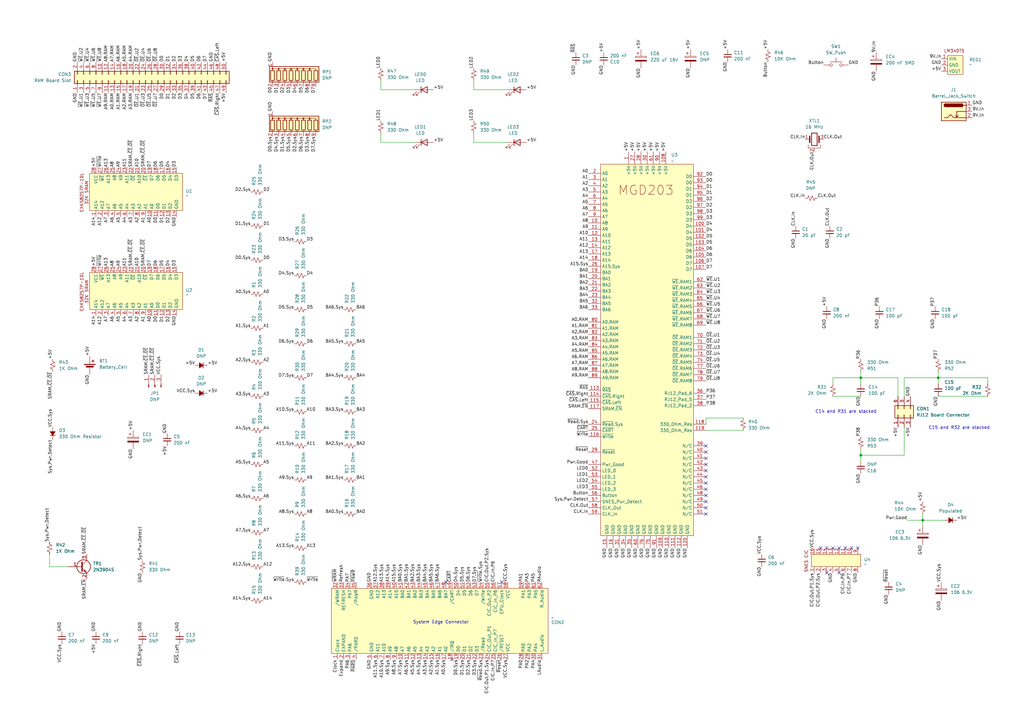
<source format=kicad_sch>
(kicad_sch (version 20231120) (generator "eeschema") (generator_version "8.0")
  (paper "A3")
  (lib_symbols
    (symbol "!M203:D411"
      (property "Reference" "U" (at 4.826 5.842 0))
      (symbol "D411_0_0"
        (pin unspecified line (at 0 0 0) (length 2.54) (name "") (number "1"))
        (pin unspecified line (at 10.16 -15.24 180) (length 2.54) (name "") (number "10"))
        (pin unspecified line (at 10.16 -12.7 180) (length 2.54) (name "") (number "11"))
        (pin unspecified line (at 10.16 -10.16 180) (length 2.54) (name "") (number "12"))
        (pin unspecified line (at 10.16 -7.62 180) (length 2.54) (name "") (number "13"))
        (pin unspecified line (at 10.16 -5.08 180) (length 2.54) (name "") (number "14"))
        (pin unspecified line (at 10.16 -2.54 180) (length 2.54) (name "") (number "15"))
        (pin unspecified line (at 10.16 0 180) (length 2.54) (name "") (number "16"))
        (pin unspecified line (at 0 -2.54 0) (length 2.54) (name "") (number "2"))
        (pin unspecified line (at 0 -5.08 0) (length 2.54) (name "") (number "3"))
        (pin unspecified line (at 0 -7.62 0) (length 2.54) (name "") (number "4"))
        (pin unspecified line (at 0 -10.16 0) (length 2.54) (name "") (number "5"))
        (pin unspecified line (at 0 -12.7 0) (length 2.54) (name "") (number "6"))
        (pin unspecified line (at 0 -15.24 0) (length 2.54) (name "") (number "7"))
        (pin unspecified line (at 0 -17.78 0) (length 2.54) (name "") (number "8"))
        (pin unspecified line (at 10.16 -17.78 180) (length 2.54) (name "") (number "9"))
      )
      (symbol "D411_1_1"
        (text "SNES CIC" (at 4.826 3.302 0) (effects (font (size 1.27 1.27))))
      )
    )
    (symbol "!MD02J:LM340T5"
      (property "Reference" "U" (at 5.334 5.588 0))
      (symbol "LM340T5_0_0"
        (pin power_in line (at 0 0 0) (length 2.54) (name "VIN") (number "1"))
        (pin power_in line (at 0 -2.54 0) (length 2.54) (name "GND") (number "2"))
        (pin power_out line (at 0 -5.08 0) (length 2.54) (name "VOUT") (number "3"))
      )
      (symbol "LM340T5_1_1"
        (text "LM340T5" (at 5.334 3.302 0) (effects (font (size 1.27 1.27))))
      )
    )
    (symbol "!SF7:62256"
      (property "Reference" "U2" (at 10.16 10.16 0))
      (property "Value" "~" (at 10.16 8.89 0))
      (symbol "62256_0_0"
        (pin input line (at 0 0 0) (length 2.54) (name "A14") (number "1"))
        (pin input line (at 0 -22.86 0) (length 2.54) (name "A0") (number "10"))
        (pin bidirectional line (at 0 -25.4 0) (length 2.54) (name "D0") (number "11"))
        (pin bidirectional line (at 0 -27.94 0) (length 2.54) (name "D1") (number "12"))
        (pin bidirectional line (at 0 -30.48 0) (length 2.54) (name "D2") (number "13"))
        (pin power_in line (at 0 -33.02 0) (length 2.54) (name "GND") (number "14"))
        (pin bidirectional line (at 20.32 -33.02 180) (length 2.54) (name "D3") (number "15"))
        (pin bidirectional line (at 20.32 -30.48 180) (length 2.54) (name "D4") (number "16"))
        (pin bidirectional line (at 20.32 -27.94 180) (length 2.54) (name "D5") (number "17"))
        (pin bidirectional line (at 20.32 -25.4 180) (length 2.54) (name "D6") (number "18"))
        (pin bidirectional line (at 20.32 -22.86 180) (length 2.54) (name "D7") (number "19"))
        (pin input line (at 0 -2.54 0) (length 2.54) (name "A12") (number "2"))
        (pin input line (at 20.32 -20.32 180) (length 2.54) (name "~{CE}") (number "20"))
        (pin input line (at 20.32 -17.78 180) (length 2.54) (name "A10") (number "21"))
        (pin input line (at 20.32 -15.24 180) (length 2.54) (name "~{OE}") (number "22"))
        (pin input line (at 20.32 -12.7 180) (length 2.54) (name "A11") (number "23"))
        (pin input line (at 20.32 -10.16 180) (length 2.54) (name "A9") (number "24"))
        (pin input line (at 20.32 -7.62 180) (length 2.54) (name "A8") (number "25"))
        (pin input line (at 20.32 -5.08 180) (length 2.54) (name "A13") (number "26"))
        (pin input line (at 20.32 -2.54 180) (length 2.54) (name "~{WE}") (number "27"))
        (pin power_in line (at 20.32 0 180) (length 2.54) (name "VCC") (number "28"))
        (pin input line (at 0 -5.08 0) (length 2.54) (name "A7") (number "3"))
        (pin input line (at 0 -7.62 0) (length 2.54) (name "A6") (number "4"))
        (pin input line (at 0 -10.16 0) (length 2.54) (name "A5") (number "5"))
        (pin input line (at 0 -12.7 0) (length 2.54) (name "A4") (number "6"))
        (pin input line (at 0 -15.24 0) (length 2.54) (name "A3") (number "7"))
        (pin input line (at 0 -17.78 0) (length 2.54) (name "A2") (number "8"))
        (pin input line (at 0 -20.32 0) (length 2.54) (name "A1") (number "9"))
      )
      (symbol "62256_1_1"
        (text "CXK58257P-10L\n32K SRAM" (at 9.906 4.826 0) (effects (font (size 1.27 1.27))))
      )
    )
    (symbol "Connector:Barrel_Jack_Switch" (pin_names hide)
      (property "Reference" "J" (at 0 5.334 0))
      (property "Value" "Barrel_Jack_Switch" (at 0 -5.08 0))
      (symbol "Barrel_Jack_Switch_1_1"
        (pin passive line (at 7.62 2.54 180) (length 2.54) (name "~") (number "1"))
        (pin passive line (at 7.62 -2.54 180) (length 2.54) (name "~") (number "2"))
        (pin passive line (at 7.62 0 180) (length 2.54) (name "~") (number "3"))
      )
    )
    (symbol "Connector:Conn_01x03_Pin" (pin_names (offset 1.016) hide)
      (property "Reference" "J" (at 0 5.08 0))
      (property "Value" "Conn_01x03_Pin" (at 0 -5.08 0))
      (symbol "Conn_01x03_Pin_1_1"
        (pin passive line (at 5.08 2.54 180) (length 3.81) (name "Pin_1") (number "1"))
        (pin passive line (at 5.08 0 180) (length 3.81) (name "Pin_2") (number "2"))
        (pin passive line (at 5.08 -2.54 180) (length 3.81) (name "Pin_3") (number "3"))
      )
    )
    (symbol "Connector_Generic:Conn_02x03_Counter_Clockwise" (pin_names (offset 1.016) hide)
      (property "Reference" "J" (at 1.27 5.08 0))
      (property "Value" "Conn_02x03_Counter_Clockwise" (at 1.27 -5.08 0))
      (symbol "Conn_02x03_Counter_Clockwise_1_1"
        (pin passive line (at -5.08 2.54 0) (length 3.81) (name "Pin_1") (number "1"))
        (pin passive line (at -5.08 0 0) (length 3.81) (name "Pin_2") (number "2"))
        (pin passive line (at -5.08 -2.54 0) (length 3.81) (name "Pin_3") (number "3"))
        (pin passive line (at 7.62 -2.54 180) (length 3.81) (name "Pin_4") (number "4"))
        (pin passive line (at 7.62 0 180) (length 3.81) (name "Pin_5") (number "5"))
        (pin passive line (at 7.62 2.54 180) (length 3.81) (name "Pin_6") (number "6"))
      )
    )
    (symbol "Connector_Generic:Conn_02x25_Odd_Even" (pin_names (offset 1.016) hide)
      (property "Reference" "J" (at 1.27 33.02 0))
      (property "Value" "Conn_02x25_Odd_Even" (at 1.27 -33.02 0))
      (symbol "Conn_02x25_Odd_Even_1_1"
        (pin passive line (at -5.08 30.48 0) (length 3.81) (name "Pin_1") (number "1"))
        (pin passive line (at 7.62 20.32 180) (length 3.81) (name "Pin_10") (number "10"))
        (pin passive line (at -5.08 17.78 0) (length 3.81) (name "Pin_11") (number "11"))
        (pin passive line (at 7.62 17.78 180) (length 3.81) (name "Pin_12") (number "12"))
        (pin passive line (at -5.08 15.24 0) (length 3.81) (name "Pin_13") (number "13"))
        (pin passive line (at 7.62 15.24 180) (length 3.81) (name "Pin_14") (number "14"))
        (pin passive line (at -5.08 12.7 0) (length 3.81) (name "Pin_15") (number "15"))
        (pin passive line (at 7.62 12.7 180) (length 3.81) (name "Pin_16") (number "16"))
        (pin passive line (at -5.08 10.16 0) (length 3.81) (name "Pin_17") (number "17"))
        (pin passive line (at 7.62 10.16 180) (length 3.81) (name "Pin_18") (number "18"))
        (pin passive line (at -5.08 7.62 0) (length 3.81) (name "Pin_19") (number "19"))
        (pin passive line (at 7.62 30.48 180) (length 3.81) (name "Pin_2") (number "2"))
        (pin passive line (at 7.62 7.62 180) (length 3.81) (name "Pin_20") (number "20"))
        (pin passive line (at -5.08 5.08 0) (length 3.81) (name "Pin_21") (number "21"))
        (pin passive line (at 7.62 5.08 180) (length 3.81) (name "Pin_22") (number "22"))
        (pin passive line (at -5.08 2.54 0) (length 3.81) (name "Pin_23") (number "23"))
        (pin passive line (at 7.62 2.54 180) (length 3.81) (name "Pin_24") (number "24"))
        (pin passive line (at -5.08 0 0) (length 3.81) (name "Pin_25") (number "25"))
        (pin passive line (at 7.62 0 180) (length 3.81) (name "Pin_26") (number "26"))
        (pin passive line (at -5.08 -2.54 0) (length 3.81) (name "Pin_27") (number "27"))
        (pin passive line (at 7.62 -2.54 180) (length 3.81) (name "Pin_28") (number "28"))
        (pin passive line (at -5.08 -5.08 0) (length 3.81) (name "Pin_29") (number "29"))
        (pin passive line (at -5.08 27.94 0) (length 3.81) (name "Pin_3") (number "3"))
        (pin passive line (at 7.62 -5.08 180) (length 3.81) (name "Pin_30") (number "30"))
        (pin passive line (at -5.08 -7.62 0) (length 3.81) (name "Pin_31") (number "31"))
        (pin passive line (at 7.62 -7.62 180) (length 3.81) (name "Pin_32") (number "32"))
        (pin passive line (at -5.08 -10.16 0) (length 3.81) (name "Pin_33") (number "33"))
        (pin passive line (at 7.62 -10.16 180) (length 3.81) (name "Pin_34") (number "34"))
        (pin passive line (at -5.08 -12.7 0) (length 3.81) (name "Pin_35") (number "35"))
        (pin passive line (at 7.62 -12.7 180) (length 3.81) (name "Pin_36") (number "36"))
        (pin passive line (at -5.08 -15.24 0) (length 3.81) (name "Pin_37") (number "37"))
        (pin passive line (at 7.62 -15.24 180) (length 3.81) (name "Pin_38") (number "38"))
        (pin passive line (at -5.08 -17.78 0) (length 3.81) (name "Pin_39") (number "39"))
        (pin passive line (at 7.62 27.94 180) (length 3.81) (name "Pin_4") (number "4"))
        (pin passive line (at 7.62 -17.78 180) (length 3.81) (name "Pin_40") (number "40"))
        (pin passive line (at -5.08 -20.32 0) (length 3.81) (name "Pin_41") (number "41"))
        (pin passive line (at 7.62 -20.32 180) (length 3.81) (name "Pin_42") (number "42"))
        (pin passive line (at -5.08 -22.86 0) (length 3.81) (name "Pin_43") (number "43"))
        (pin passive line (at 7.62 -22.86 180) (length 3.81) (name "Pin_44") (number "44"))
        (pin passive line (at -5.08 -25.4 0) (length 3.81) (name "Pin_45") (number "45"))
        (pin passive line (at 7.62 -25.4 180) (length 3.81) (name "Pin_46") (number "46"))
        (pin passive line (at -5.08 -27.94 0) (length 3.81) (name "Pin_47") (number "47"))
        (pin passive line (at 7.62 -27.94 180) (length 3.81) (name "Pin_48") (number "48"))
        (pin passive line (at -5.08 -30.48 0) (length 3.81) (name "Pin_49") (number "49"))
        (pin passive line (at -5.08 25.4 0) (length 3.81) (name "Pin_5") (number "5"))
        (pin passive line (at 7.62 -30.48 180) (length 3.81) (name "Pin_50") (number "50"))
        (pin passive line (at 7.62 25.4 180) (length 3.81) (name "Pin_6") (number "6"))
        (pin passive line (at -5.08 22.86 0) (length 3.81) (name "Pin_7") (number "7"))
        (pin passive line (at 7.62 22.86 180) (length 3.81) (name "Pin_8") (number "8"))
        (pin passive line (at -5.08 20.32 0) (length 3.81) (name "Pin_9") (number "9"))
      )
    )
    (symbol "Device:Battery_Cell" (pin_numbers hide) (pin_names (offset 0) hide)
      (property "Reference" "BT" (at 2.54 2.54 0))
      (property "Value" "Battery_Cell" (at 2.54 0 0))
      (symbol "Battery_Cell_1_1"
        (pin passive line (at 0 5.08 270) (length 2.54) (name "+") (number "1"))
        (pin passive line (at 0 -2.54 90) (length 2.54) (name "-") (number "2"))
      )
    )
    (symbol "Device:C_Polarized" (pin_numbers hide) (pin_names (offset 0.254))
      (property "Reference" "C" (at 0.635 2.54 0))
      (property "Value" "C_Polarized" (at 0.635 -2.54 0))
      (symbol "C_Polarized_1_1"
        (pin passive line (at 0 3.81 270) (length 2.794) (name "~") (number "1"))
        (pin passive line (at 0 -3.81 90) (length 2.794) (name "~") (number "2"))
      )
    )
    (symbol "Device:C_Small" (pin_numbers hide) (pin_names (offset 0.254) hide)
      (property "Reference" "C" (at 0.254 1.778 0))
      (property "Value" "C_Small" (at 0.254 -2.032 0))
      (symbol "C_Small_1_1"
        (pin passive line (at 0 2.54 270) (length 2.032) (name "~") (number "1"))
        (pin passive line (at 0 -2.54 90) (length 2.032) (name "~") (number "2"))
      )
    )
    (symbol "Device:Crystal_GND2" (pin_names (offset 1.016) hide)
      (property "Reference" "Y" (at 0 5.715 0))
      (property "Value" "Crystal_GND2" (at 0 3.81 0))
      (symbol "Crystal_GND2_1_1"
        (pin passive line (at -3.81 0 0) (length 1.27) (name "1") (number "1"))
        (pin passive line (at 0 -5.08 90) (length 1.27) (name "2") (number "2"))
        (pin passive line (at 3.81 0 180) (length 1.27) (name "3") (number "3"))
      )
    )
    (symbol "Device:D_Small_Filled" (pin_numbers hide) (pin_names (offset 0.254) hide)
      (property "Reference" "D" (at -1.27 2.032 0))
      (property "Value" "D_Small_Filled" (at -3.81 -2.032 0))
      (symbol "D_Small_Filled_1_1"
        (pin passive line (at -2.54 0 0) (length 1.778) (name "K") (number "1"))
        (pin passive line (at 2.54 0 180) (length 1.778) (name "A") (number "2"))
      )
    )
    (symbol "Device:LED" (pin_numbers hide) (pin_names (offset 1.016) hide)
      (property "Reference" "D" (at 0 2.54 0))
      (property "Value" "LED" (at 0 -2.54 0))
      (symbol "LED_1_1"
        (pin passive line (at -3.81 0 0) (length 2.54) (name "K") (number "1"))
        (pin passive line (at 3.81 0 180) (length 2.54) (name "A") (number "2"))
      )
    )
    (symbol "Device:Q_NPN_BEC" (pin_names (offset 0) hide)
      (property "Reference" "Q" (at 5.08 1.27 0))
      (property "Value" "Q_NPN_BEC" (at 5.08 -1.27 0))
      (symbol "Q_NPN_BEC_1_1"
        (pin input line (at -5.08 0 0) (length 5.715) (name "B") (number "1"))
        (pin passive line (at 2.54 -5.08 90) (length 2.54) (name "E") (number "2"))
        (pin passive line (at 2.54 5.08 270) (length 2.54) (name "C") (number "3"))
      )
    )
    (symbol "Device:R_Network08" (pin_names (offset 0) hide)
      (property "Reference" "RN" (at -12.7 0 90))
      (property "Value" "R_Network08" (at 10.16 0 90))
      (symbol "R_Network08_1_1"
        (pin passive line (at -10.16 5.08 270) (length 2.54) (name "common") (number "1"))
        (pin passive line (at -10.16 -5.08 90) (length 1.27) (name "R1") (number "2"))
        (pin passive line (at -7.62 -5.08 90) (length 1.27) (name "R2") (number "3"))
        (pin passive line (at -5.08 -5.08 90) (length 1.27) (name "R3") (number "4"))
        (pin passive line (at -2.54 -5.08 90) (length 1.27) (name "R4") (number "5"))
        (pin passive line (at 0 -5.08 90) (length 1.27) (name "R5") (number "6"))
        (pin passive line (at 2.54 -5.08 90) (length 1.27) (name "R6") (number "7"))
        (pin passive line (at 5.08 -5.08 90) (length 1.27) (name "R7") (number "8"))
        (pin passive line (at 7.62 -5.08 90) (length 1.27) (name "R8") (number "9"))
      )
    )
    (symbol "Device:R_Small_US" (pin_numbers hide) (pin_names (offset 0.254) hide)
      (property "Reference" "R" (at 0.762 0.508 0))
      (property "Value" "R_Small_US" (at 0.762 -1.016 0))
      (symbol "R_Small_US_1_1"
        (pin passive line (at 0 2.54 270) (length 1.016) (name "~") (number "1"))
        (pin passive line (at 0 -2.54 90) (length 1.016) (name "~") (number "2"))
      )
    )
    (symbol "MGD203_1"
      (property "Reference" "U3" (at 9.8141 3.81 0))
      (property "Value" "~" (at 9.8141 1.27 0))
      (symbol "MGD203_1_0_0"
        (pin unspecified line (at -7.62 5.08 270) (length 5.08) (name "+5V") (number "1"))
        (pin unspecified line (at -24.13 -24.13 0) (length 5.08) (name "A8") (number "10"))
        (pin unspecified line (at 24.13 -25.4 180) (length 5.08) (name "D4") (number "100"))
        (pin unspecified line (at 24.13 -27.94 180) (length 5.08) (name "D4") (number "101"))
        (pin unspecified line (at 24.13 -30.48 180) (length 5.08) (name "D5") (number "102"))
        (pin unspecified line (at 24.13 -33.02 180) (length 5.08) (name "D5") (number "103"))
        (pin unspecified line (at 24.13 -35.56 180) (length 5.08) (name "D6") (number "104"))
        (pin unspecified line (at 24.13 -38.1 180) (length 5.08) (name "D6") (number "105"))
        (pin unspecified line (at 24.13 -40.64 180) (length 5.08) (name "D7") (number "106"))
        (pin unspecified line (at 24.13 -43.18 180) (length 5.08) (name "D7") (number "107"))
        (pin unspecified line (at 7.62 5.08 270) (length 5.08) (name "+5V") (number "108"))
        (pin unspecified line (at 6.35 -157.48 90) (length 5.08) (name "GND") (number "109"))
        (pin unspecified line (at -24.13 -26.67 0) (length 5.08) (name "A9") (number "11"))
        (pin unspecified line (at 8.89 -157.48 90) (length 5.08) (name "GND") (number "110"))
        (pin unspecified line (at 11.43 -157.48 90) (length 5.08) (name "GND") (number "111"))
        (pin unspecified line (at 13.97 -157.48 90) (length 5.08) (name "GND") (number "112"))
        (pin unspecified line (at -24.13 -92.71 0) (length 5.08) (name "~{RAS}") (number "113"))
        (pin unspecified line (at -24.13 -95.25 0) (length 5.08) (name "~{CAS}.Right") (number "114"))
        (pin unspecified line (at -24.13 -97.79 0) (length 5.08) (name "~{CAS}.Left") (number "115"))
        (pin unspecified line (at -24.13 -111.76 0) (length 5.08) (name "~{Write}") (number "116"))
        (pin unspecified line (at -24.13 -100.33 0) (length 5.08) (name "SRAM.~{EN}") (number "117"))
        (pin unspecified line (at 24.13 -106.68 180) (length 5.08) (name "330_Ohm_Res") (number "118"))
        (pin unspecified line (at 24.13 -109.22 180) (length 5.08) (name "330_Ohm_Res") (number "119"))
        (pin unspecified line (at -24.13 -29.21 0) (length 5.08) (name "A10") (number "12"))
        (pin unspecified line (at -24.13 -31.75 0) (length 5.08) (name "A11") (number "13"))
        (pin unspecified line (at -24.13 -34.29 0) (length 5.08) (name "A12") (number "14"))
        (pin unspecified line (at -16.51 -157.48 90) (length 5.08) (name "GND") (number "15"))
        (pin unspecified line (at -13.97 -157.48 90) (length 5.08) (name "GND") (number "16"))
        (pin unspecified line (at -24.13 -36.83 0) (length 5.08) (name "A13") (number "17"))
        (pin unspecified line (at -24.13 -39.37 0) (length 5.08) (name "A14") (number "18"))
        (pin unspecified line (at -24.13 -44.45 0) (length 5.08) (name "BA0") (number "19"))
        (pin unspecified line (at -24.13 -3.81 0) (length 5.08) (name "A0") (number "2"))
        (pin unspecified line (at -24.13 -46.99 0) (length 5.08) (name "BA1") (number "20"))
        (pin unspecified line (at -24.13 -49.53 0) (length 5.08) (name "BA2") (number "21"))
        (pin unspecified line (at -24.13 -52.07 0) (length 5.08) (name "BA3") (number "22"))
        (pin unspecified line (at -24.13 -54.61 0) (length 5.08) (name "BA4") (number "23"))
        (pin unspecified line (at -24.13 -106.68 0) (length 5.08) (name "~{Read}.Sys") (number "24"))
        (pin unspecified line (at -24.13 -109.22 0) (length 5.08) (name "~{CART}") (number "25"))
        (pin unspecified line (at -24.13 -41.91 0) (length 5.08) (name "A15.Sys") (number "26"))
        (pin unspecified line (at -5.08 5.08 270) (length 5.08) (name "+5V") (number "27"))
        (pin unspecified line (at -2.54 5.08 270) (length 5.08) (name "+5V") (number "28"))
        (pin unspecified line (at -24.13 -118.11 0) (length 5.08) (name "~{Reset}") (number "29"))
        (pin unspecified line (at -24.13 -6.35 0) (length 5.08) (name "A1") (number "3"))
        (pin unspecified line (at 0 5.08 270) (length 5.08) (name "+5V") (number "30"))
        (pin unspecified line (at -11.43 -157.48 90) (length 5.08) (name "GND") (number "31"))
        (pin unspecified line (at -24.13 -57.15 0) (length 5.08) (name "BA5") (number "32"))
        (pin unspecified line (at -24.13 -59.69 0) (length 5.08) (name "BA6") (number "33"))
        (pin unspecified line (at -8.89 -157.48 90) (length 5.08) (name "GND") (number "34"))
        (pin unspecified line (at -6.35 -157.48 90) (length 5.08) (name "GND") (number "35"))
        (pin unspecified line (at 24.13 -93.98 180) (length 5.08) (name "RJ12_Pad_6") (number "36"))
        (pin unspecified line (at 24.13 -96.52 180) (length 5.08) (name "RJ12_Pad_5") (number "37"))
        (pin unspecified line (at 24.13 -99.06 180) (length 5.08) (name "RJ12_Pad_2") (number "38"))
        (pin unspecified line (at 24.13 -115.57 180) (length 5.08) (name "N/C") (number "39"))
        (pin unspecified line (at -24.13 -8.89 0) (length 5.08) (name "A2") (number "4"))
        (pin unspecified line (at 24.13 -118.11 180) (length 5.08) (name "N/C") (number "40"))
        (pin unspecified line (at 24.13 -120.65 180) (length 5.08) (name "N/C") (number "41"))
        (pin unspecified line (at 24.13 -123.19 180) (length 5.08) (name "N/C") (number "42"))
        (pin unspecified line (at 24.13 -125.73 180) (length 5.08) (name "N/C") (number "43"))
        (pin unspecified line (at 24.13 -128.27 180) (length 5.08) (name "N/C") (number "44"))
        (pin unspecified line (at 24.13 -130.81 180) (length 5.08) (name "N/C") (number "45"))
        (pin unspecified line (at 24.13 -133.35 180) (length 5.08) (name "N/C") (number "46"))
        (pin unspecified line (at -24.13 -123.19 0) (length 5.08) (name "Pwr_Good") (number "47"))
        (pin unspecified line (at 24.13 -135.89 180) (length 5.08) (name "N/C") (number "48"))
        (pin unspecified line (at 24.13 -138.43 180) (length 5.08) (name "N/C") (number "49"))
        (pin unspecified line (at -24.13 -11.43 0) (length 5.08) (name "A3") (number "5"))
        (pin unspecified line (at 24.13 -140.97 180) (length 5.08) (name "N/C") (number "50"))
        (pin unspecified line (at 24.13 -143.51 180) (length 5.08) (name "N/C") (number "51"))
        (pin unspecified line (at -24.13 -125.73 0) (length 5.08) (name "LED_0") (number "52"))
        (pin unspecified line (at -24.13 -128.27 0) (length 5.08) (name "LED_1") (number "53"))
        (pin unspecified line (at -24.13 -130.81 0) (length 5.08) (name "LED_2") (number "54"))
        (pin unspecified line (at -24.13 -133.35 0) (length 5.08) (name "LED_3") (number "55"))
        (pin unspecified line (at -24.13 -135.89 0) (length 5.08) (name "Button") (number "56"))
        (pin unspecified line (at -24.13 -138.43 0) (length 5.08) (name "SNES_Pwr_Detect") (number "57"))
        (pin unspecified line (at -24.13 -140.97 0) (length 5.08) (name "CLK_Out") (number "58"))
        (pin unspecified line (at -24.13 -143.51 0) (length 5.08) (name "CLK_In") (number "59"))
        (pin unspecified line (at -24.13 -13.97 0) (length 5.08) (name "A4") (number "6"))
        (pin unspecified line (at -3.81 -157.48 90) (length 5.08) (name "GND") (number "60"))
        (pin unspecified line (at 2.54 5.08 270) (length 5.08) (name "+5V") (number "61"))
        (pin unspecified line (at 24.13 -48.26 180) (length 5.08) (name "~{WE}.RAM1") (number "62"))
        (pin unspecified line (at 24.13 -50.8 180) (length 5.08) (name "~{WE}.RAM2") (number "63"))
        (pin unspecified line (at 24.13 -53.34 180) (length 5.08) (name "~{WE}.RAM3") (number "64"))
        (pin unspecified line (at 24.13 -55.88 180) (length 5.08) (name "~{WE}.RAM4") (number "65"))
        (pin unspecified line (at 24.13 -58.42 180) (length 5.08) (name "~{WE}.RAM5") (number "66"))
        (pin unspecified line (at 24.13 -60.96 180) (length 5.08) (name "~{WE}.RAM6") (number "67"))
        (pin unspecified line (at 24.13 -63.5 180) (length 5.08) (name "~{WE}.RAM7") (number "68"))
        (pin unspecified line (at 24.13 -66.04 180) (length 5.08) (name "~{WE}.RAM8") (number "69"))
        (pin unspecified line (at -24.13 -16.51 0) (length 5.08) (name "A5") (number "7"))
        (pin unspecified line (at 24.13 -71.12 180) (length 5.08) (name "~{OE}.RAM1") (number "70"))
        (pin unspecified line (at 24.13 -73.66 180) (length 5.08) (name "~{OE}.RAM2") (number "71"))
        (pin unspecified line (at 24.13 -76.2 180) (length 5.08) (name "~{OE}.RAM3") (number "72"))
        (pin unspecified line (at 24.13 -78.74 180) (length 5.08) (name "~{OE}.RAM4") (number "73"))
        (pin unspecified line (at 24.13 -81.28 180) (length 5.08) (name "~{OE}.RAM5") (number "74"))
        (pin unspecified line (at 1.27 -157.48 90) (length 5.08) (name "GND") (number "75"))
        (pin unspecified line (at -1.27 -157.48 90) (length 5.08) (name "GND") (number "76"))
        (pin unspecified line (at 24.13 -83.82 180) (length 5.08) (name "~{OE}.RAM6") (number "77"))
        (pin unspecified line (at 24.13 -86.36 180) (length 5.08) (name "~{OE}.RAM7") (number "78"))
        (pin unspecified line (at 24.13 -88.9 180) (length 5.08) (name "~{OE}.RAM8") (number "79"))
        (pin unspecified line (at -24.13 -19.05 0) (length 5.08) (name "A6") (number "8"))
        (pin unspecified line (at -24.13 -64.77 0) (length 5.08) (name "A0.RAM") (number "80"))
        (pin unspecified line (at -24.13 -67.31 0) (length 5.08) (name "A1.RAM") (number "81"))
        (pin unspecified line (at -24.13 -69.85 0) (length 5.08) (name "A2.RAM") (number "82"))
        (pin unspecified line (at -24.13 -72.39 0) (length 5.08) (name "A3.RAM") (number "83"))
        (pin unspecified line (at -24.13 -74.93 0) (length 5.08) (name "A4.RAM") (number "84"))
        (pin unspecified line (at -24.13 -77.47 0) (length 5.08) (name "A5.RAM") (number "85"))
        (pin unspecified line (at -24.13 -80.01 0) (length 5.08) (name "A6.RAM") (number "86"))
        (pin unspecified line (at -24.13 -82.55 0) (length 5.08) (name "A7.RAM") (number "87"))
        (pin unspecified line (at -24.13 -85.09 0) (length 5.08) (name "A8.RAM") (number "88"))
        (pin unspecified line (at -24.13 -87.63 0) (length 5.08) (name "A9.RAM") (number "89"))
        (pin unspecified line (at -24.13 -21.59 0) (length 5.08) (name "A7") (number "9"))
        (pin unspecified line (at 5.08 5.08 270) (length 5.08) (name "+5V") (number "90"))
        (pin unspecified line (at 3.81 -157.48 90) (length 5.08) (name "GND") (number "91"))
        (pin unspecified line (at 24.13 -5.08 180) (length 5.08) (name "D0") (number "92"))
        (pin unspecified line (at 24.13 -7.62 180) (length 5.08) (name "D0") (number "93"))
        (pin unspecified line (at 24.13 -10.16 180) (length 5.08) (name "D1") (number "94"))
        (pin unspecified line (at 24.13 -12.7 180) (length 5.08) (name "D1") (number "95"))
        (pin unspecified line (at 24.13 -15.24 180) (length 5.08) (name "D2") (number "96"))
        (pin unspecified line (at 24.13 -17.78 180) (length 5.08) (name "D2") (number "97"))
        (pin unspecified line (at 24.13 -20.32 180) (length 5.08) (name "D3") (number "98"))
        (pin unspecified line (at 24.13 -22.86 180) (length 5.08) (name "D3") (number "99"))
      )
      (symbol "MGD203_1_1_0"
        (pin unspecified line (at 16.51 -157.48 90) (length 5.08) (name "GND") (number "120"))
      )
      (symbol "MGD203_1_1_1"
        (text "MGD203" (at -0.508 -10.668 0) (effects (font (size 3.81 3.81))))
      )
    )
    (symbol "SNES:SNES_Connector"
      (property "Reference" "J1" (at 0.635 45.72 0))
      (property "Value" "~" (at 0 0 0))
      (symbol "SNES_Connector_1_1"
        (pin input line (at -15.24 41.91 0) (length 2.54) (name "Clock") (number "1"))
        (pin input line (at -15.24 15.24 0) (length 2.54) (name "A7") (number "10"))
        (pin input line (at -15.24 12.7 0) (length 2.54) (name "A6") (number "11"))
        (pin input line (at -15.24 10.16 0) (length 2.54) (name "A5") (number "12"))
        (pin input line (at -15.24 7.62 0) (length 2.54) (name "A4") (number "13"))
        (pin input line (at -15.24 5.08 0) (length 2.54) (name "A3") (number "14"))
        (pin input line (at -15.24 2.54 0) (length 2.54) (name "A2") (number "15"))
        (pin input line (at -15.24 0 0) (length 2.54) (name "A1") (number "16"))
        (pin input line (at -15.24 -2.54 0) (length 2.54) (name "A0") (number "17"))
        (pin input line (at -15.24 -5.08 0) (length 2.54) (name "/IRQ") (number "18"))
        (pin input line (at -15.24 -7.62 0) (length 2.54) (name "D0") (number "19"))
        (pin input line (at -15.24 39.37 0) (length 2.54) (name "EXPAND") (number "2"))
        (pin input line (at -15.24 -10.16 0) (length 2.54) (name "D1") (number "20"))
        (pin input line (at -15.24 -12.7 0) (length 2.54) (name "D2") (number "21"))
        (pin input line (at -15.24 -15.24 0) (length 2.54) (name "D3") (number "22"))
        (pin input line (at -15.24 -17.78 0) (length 2.54) (name "/Read") (number "23"))
        (pin input line (at -15.24 -20.32 0) (length 2.54) (name "CIC_Out_P1") (number "24"))
        (pin input line (at -15.24 -22.86 0) (length 2.54) (name "CIC_In_P7") (number "25"))
        (pin input line (at -15.24 -25.4 0) (length 2.54) (name "/RESET") (number "26"))
        (pin power_in line (at -15.24 -27.94 0) (length 2.54) (name "VCC") (number "27"))
        (pin input line (at -15.24 -34.29 0) (length 2.54) (name "PA0") (number "28"))
        (pin input line (at -15.24 -36.83 0) (length 2.54) (name "PA2") (number "29"))
        (pin input line (at -15.24 36.83 0) (length 2.54) (name "PA6") (number "3"))
        (pin input line (at -15.24 -39.37 0) (length 2.54) (name "PA4") (number "30"))
        (pin input line (at -15.24 -41.91 0) (length 2.54) (name "L_Audio") (number "31"))
        (pin input line (at 16.51 41.91 180) (length 2.54) (name "/WRAM") (number "32"))
        (pin input line (at 16.51 39.37 180) (length 2.54) (name "REFRESH") (number "33"))
        (pin input line (at 16.51 36.83 180) (length 2.54) (name "PA7") (number "34"))
        (pin input line (at 16.51 34.29 180) (length 2.54) (name "/PAWR") (number "35"))
        (pin power_in line (at 16.51 27.94 180) (length 2.54) (name "GND") (number "36"))
        (pin input line (at 16.51 25.4 180) (length 2.54) (name "A12") (number "37"))
        (pin input line (at 16.51 22.86 180) (length 2.54) (name "A13") (number "38"))
        (pin input line (at 16.51 20.32 180) (length 2.54) (name "A14") (number "39"))
        (pin input line (at -15.24 34.29 0) (length 2.54) (name "/PARD") (number "4"))
        (pin input line (at 16.51 17.78 180) (length 2.54) (name "A15") (number "40"))
        (pin input line (at 16.51 15.24 180) (length 2.54) (name "BA0") (number "41"))
        (pin input line (at 16.51 12.7 180) (length 2.54) (name "BA1") (number "42"))
        (pin input line (at 16.51 10.16 180) (length 2.54) (name "BA2") (number "43"))
        (pin input line (at 16.51 7.62 180) (length 2.54) (name "BA3") (number "44"))
        (pin input line (at 16.51 5.08 180) (length 2.54) (name "BA4") (number "45"))
        (pin input line (at 16.51 2.54 180) (length 2.54) (name "BA5") (number "46"))
        (pin input line (at 16.51 0 180) (length 2.54) (name "BA6") (number "47"))
        (pin input line (at 16.51 -2.54 180) (length 2.54) (name "BA7") (number "48"))
        (pin input line (at 16.51 -5.08 180) (length 2.54) (name "/CART") (number "49"))
        (pin power_in line (at -15.24 27.94 0) (length 2.54) (name "GND") (number "5"))
        (pin input line (at 16.51 -7.62 180) (length 2.54) (name "D4") (number "50"))
        (pin input line (at 16.51 -10.16 180) (length 2.54) (name "D5") (number "51"))
        (pin input line (at 16.51 -12.7 180) (length 2.54) (name "D6") (number "52"))
        (pin input line (at 16.51 -15.24 180) (length 2.54) (name "D7") (number "53"))
        (pin input line (at 16.51 -17.78 180) (length 2.54) (name "/Write") (number "54"))
        (pin input line (at 16.51 -20.32 180) (length 2.54) (name "CIC_Out_P2") (number "55"))
        (pin input line (at 16.51 -22.86 180) (length 2.54) (name "CIC_In_P6") (number "56"))
        (pin input line (at 16.51 -25.4 180) (length 2.54) (name "CPU_Clock") (number "57"))
        (pin power_in line (at 16.51 -27.94 180) (length 2.54) (name "VCC") (number "58"))
        (pin input line (at 16.51 -34.29 180) (length 2.54) (name "PA1") (number "59"))
        (pin input line (at -15.24 25.4 0) (length 2.54) (name "A11") (number "6"))
        (pin input line (at 16.51 -36.83 180) (length 2.54) (name "PA3") (number "60"))
        (pin input line (at 16.51 -39.37 180) (length 2.54) (name "PA5") (number "61"))
        (pin input line (at 16.51 -41.91 180) (length 2.54) (name "R_Audio") (number "62"))
        (pin input line (at -15.24 22.86 0) (length 2.54) (name "A10") (number "7"))
        (pin input line (at -15.24 20.32 0) (length 2.54) (name "A9") (number "8"))
        (pin input line (at -15.24 17.78 0) (length 2.54) (name "A8") (number "9"))
      )
    )
    (symbol "Switch:SW_Push" (pin_numbers hide) (pin_names (offset 1.016) hide)
      (property "Reference" "SW" (at 1.27 2.54 0))
      (property "Value" "SW_Push" (at 0 -1.524 0))
      (symbol "SW_Push_0_1"
        (pin passive line (at -5.08 0 0) (length 2.54) (name "1") (number "1"))
        (pin passive line (at 5.08 0 180) (length 2.54) (name "2") (number "2"))
      )
    )
  )
  (junction (at 384.81 154.94))
  (junction (at 353.06 186.69))
  (junction (at 353.06 154.94))
  (junction (at 378.46 213.36))
  (no_connect (at 289.56 208.28))
  (no_connect (at 289.56 182.88))
  (no_connect (at 351.79 224.79))
  (no_connect (at 289.56 190.5))
  (no_connect (at 182.88 238.76))
  (no_connect (at 341.63 224.79))
  (no_connect (at 344.17 224.79))
  (no_connect (at 339.09 234.95))
  (no_connect (at 289.56 187.96))
  (no_connect (at 289.56 195.58))
  (no_connect (at 339.09 224.79))
  (no_connect (at 289.56 203.2))
  (no_connect (at 289.56 185.42))
  (no_connect (at 289.56 198.12))
  (no_connect (at 289.56 200.66))
  (no_connect (at 205.74 238.76))
  (no_connect (at 336.55 224.79))
  (no_connect (at 185.42 270.51))
  (no_connect (at 344.17 234.95))
  (no_connect (at 346.71 224.79))
  (no_connect (at 349.25 224.79))
  (no_connect (at 289.56 210.82))
  (no_connect (at 289.56 193.04))
  (no_connect (at 289.56 205.74))
  (wire (pts (xy 384.81 154.94) (xy 384.81 152.4)))
  (wire (pts (xy 156.21 36.83) (xy 156.21 33.02)))
  (wire (pts (xy 405.13 154.94) (xy 384.81 154.94)))
  (wire (pts (xy 194.31 33.02) (xy 194.31 36.83)))
  (wire (pts (xy 341.63 162.56) (xy 353.06 162.56)))
  (wire (pts (xy 353.06 154.94) (xy 353.06 157.48)))
  (wire (pts (xy 370.84 186.69) (xy 353.06 186.69)))
  (wire (pts (xy 370.84 175.26) (xy 370.84 186.69)))
  (wire (pts (xy 405.13 157.48) (xy 405.13 154.94)))
  (wire (pts (xy 341.63 154.94) (xy 353.06 154.94)))
  (wire (pts (xy 353.06 152.4) (xy 353.06 154.94)))
  (wire (pts (xy 370.84 162.56) (xy 370.84 154.94)))
  (wire (pts (xy 170.18 36.83) (xy 156.21 36.83)))
  (wire (pts (xy 378.46 213.36) (xy 387.35 213.36)))
  (wire (pts (xy 384.81 154.94) (xy 384.81 157.48)))
  (wire (pts (xy 20.32 232.41) (xy 27.94 232.41)))
  (wire (pts (xy 378.46 213.36) (xy 378.46 215.9)))
  (wire (pts (xy 353.06 186.69) (xy 353.06 184.15)))
  (wire (pts (xy 384.81 162.56) (xy 405.13 162.56)))
  (wire (pts (xy 341.63 154.94) (xy 341.63 157.48)))
  (wire (pts (xy 353.06 186.69) (xy 353.06 189.23)))
  (wire (pts (xy 194.31 58.42) (xy 194.31 54.61)))
  (wire (pts (xy 372.11 213.36) (xy 378.46 213.36)))
  (wire (pts (xy 289.56 173.99) (xy 289.56 171.45)))
  (wire (pts (xy 170.18 58.42) (xy 156.21 58.42)))
  (wire (pts (xy 20.32 227.33) (xy 20.32 232.41)))
  (wire (pts (xy 368.3 162.56) (xy 368.3 154.94)))
  (wire (pts (xy 304.8 176.53) (xy 289.56 176.53)))
  (wire (pts (xy 378.46 213.36) (xy 378.46 210.82)))
  (wire (pts (xy 368.3 154.94) (xy 353.06 154.94)))
  (wire (pts (xy 208.28 58.42) (xy 194.31 58.42)))
  (wire (pts (xy 194.31 36.83) (xy 208.28 36.83)))
  (wire (pts (xy 289.56 171.45) (xy 304.8 171.45)))
  (wire (pts (xy 370.84 154.94) (xy 384.81 154.94)))
  (wire (pts (xy 156.21 58.42) (xy 156.21 54.61)))
  (text "C14 and R31 are stacked" (at 346.964 168.91 0) (effects (font (size 1.27 1.27))))
  (text "C15 and R32 are stacked" (at 393.446 175.514 0) (effects (font (size 1.27 1.27))))
  (text "System Edge Connector" (at 180.848 255.27 0) (effects (font (size 1.27 1.27))))
  (label "A3.RAM" (at 54.61 38.1 270))
  (label "SRAM.~{CE}.~{OE}" (at 59.69 109.22 90))
  (label "Expand" (at 140.97 270.51 270))
  (label "+5V" (at 39.37 68.58 90))
  (label "D3" (at 72.39 109.22 90))
  (label "A13" (at 44.45 109.22 90))
  (label "Sys.Pwr.Detect" (at 21.59 180.34 270))
  (label "A14" (at 241.3 106.68 180))
  (label "GND" (at 152.4 270.51 270))
  (label "A3" (at 54.61 129.54 270))
  (label "A8.Sys" (at 162.56 270.51 270))
  (label "+5V" (at 378.46 205.74 90))
  (label "D3.Sys" (at 195.58 270.51 270))
  (label "CLK.Out" (at 241.3 208.28 180))
  (label "A1" (at 59.69 88.9 270))
  (label "P37" (at 384.81 147.32 90))
  (label "+5V" (at 85.09 161.29 0))
  (label "A11" (at 52.07 68.58 90))
  (label "D5" (at 289.56 100.33 0))
  (label "A7" (at 44.45 88.9 270))
  (label "Button" (at 314.96 25.4 270))
  (label "D1" (at 69.85 25.4 90))
  (label "A2" (at 57.15 129.54 270))
  (label "A14" (at 107.95 246.38 0))
  (label "D0" (at 67.31 38.1 270))
  (label "A6" (at 107.95 204.47 0))
  (label "GND" (at 386.08 26.67 180))
  (label "GND" (at 279.4 224.79 270))
  (label "BA5" (at 241.3 124.46 180))
  (label "D5" (at 67.31 68.58 90))
  (label "D2" (at 107.95 78.74 0))
  (label "GND" (at 58.42 259.08 90))
  (label "A13" (at 44.45 68.58 90))
  (label "GND" (at 274.32 224.79 270))
  (label "Refresh" (at 140.97 238.76 90))
  (label "A1.Sys" (at 180.34 270.51 270))
  (label "A9.Sys" (at 160.02 270.51 270))
  (label "+5V" (at 265.43 62.23 90))
  (label "D0" (at 64.77 129.54 270))
  (label "D4" (at 289.56 95.25 0))
  (label "A3" (at 241.3 78.74 180))
  (label "A5.Sys" (at 170.18 270.51 270))
  (label "A4" (at 52.07 88.9 270))
  (label "CIC.In.P7" (at 203.2 270.51 270))
  (label "VCC.Sys" (at 208.28 270.51 270))
  (label "D6" (at 289.56 102.87 0))
  (label "GND" (at 384.81 162.56 270))
  (label "A9.Sys" (at 120.65 196.85 180))
  (label "BA4" (at 241.3 121.92 180))
  (label "BA5" (at 146.05 140.97 0))
  (label "D6" (at 82.55 25.4 90))
  (label "+5V" (at 54.61 176.53 90))
  (label "~{WE}.U8" (at 41.91 25.4 90))
  (label "BA3" (at 241.3 119.38 180))
  (label "~{CAS}.Left" (at 73.66 264.16 270))
  (label "BA5.Sys" (at 177.8 238.76 90))
  (label "~{WE}.U3" (at 36.83 38.1 270))
  (label "D7" (at 62.23 109.22 90))
  (label "GND" (at 72.39 88.9 270))
  (label "+5V" (at 283.21 20.32 90))
  (label "SRAM.~{CE}.~{OE}" (at 54.61 109.22 90))
  (label "9V.In" (at 386.08 24.13 180))
  (label "A7.RAM" (at 241.3 149.86 180))
  (label "~{WE}.U2" (at 34.29 25.4 90))
  (label "CLK.Out" (at 334.01 62.23 270))
  (label "A0.Sys" (at 182.88 270.51 270))
  (label "D4" (at 69.85 68.58 90))
  (label "A10" (at 125.73 168.91 0))
  (label "~{OE}.U2" (at 57.15 25.4 90))
  (label "Sys.Pwr.Detect" (at 241.3 205.74 180))
  (label "D5" (at 80.01 38.1 270))
  (label "D7" (at 289.56 110.49 0))
  (label "A9" (at 125.73 196.85 0))
  (label "+5V" (at 68.58 182.88 270))
  (label "~{OE}.U6" (at 62.23 25.4 90))
  (label "A7" (at 107.95 218.44 0))
  (label "+5V" (at 80.01 149.86 180))
  (label "GND" (at 359.41 29.21 270))
  (label "GND" (at 54.61 184.15 270))
  (label "A9" (at 241.3 93.98 180))
  (label "A10.Sys" (at 157.48 270.51 270))
  (label "GND" (at 68.58 177.8 90))
  (label "BA0" (at 241.3 111.76 180))
  (label "D7.Sys" (at 120.65 154.94 180))
  (label "D1" (at 67.31 88.9 270))
  (label "~{OE}.U3" (at 59.69 38.1 270))
  (label "~{Read}.Sys" (at 198.12 270.51 270))
  (label "D1" (at 107.95 92.71 0))
  (label "~{Write}.Sys" (at 120.65 238.76 180))
  (label "A11" (at 241.3 99.06 180))
  (label "D2" (at 116.84 35.56 270))
  (label "+5V" (at 36.83 146.05 90))
  (label "GND" (at 353.06 162.56 270))
  (label "D0" (at 289.56 74.93 0))
  (label "~{CAS}.Left" (at 90.17 25.4 90))
  (label "D6.Sys" (at 124.46 55.88 270))
  (label "A12.Sys" (at 154.94 238.76 90))
  (label "LED1" (at 241.3 195.58 180))
  (label "D0" (at 64.77 88.9 270))
  (label "D2.Sys" (at 121.92 55.88 270))
  (label "GND" (at 248.92 224.79 270))
  (label "CLK.Out" (at 337.82 57.15 0))
  (label "+5V" (at 21.59 147.32 90))
  (label "VCC.Sys" (at 208.28 238.76 90))
  (label "+5V" (at 267.97 62.23 90))
  (label "D1" (at 289.56 77.47 0))
  (label "D7" (at 85.09 25.4 90))
  (label "PA7" (at 143.51 238.76 90))
  (label "SRAM.~{CE}.~{OE}" (at 59.69 68.58 90))
  (label "A1.RAM" (at 49.53 38.1 270))
  (label "GND" (at 283.21 27.94 270))
  (label "A7" (at 44.45 129.54 270))
  (label "A0" (at 62.23 88.9 270))
  (label "GND" (at 378.46 223.52 270))
  (label "A3" (at 107.95 162.56 0))
  (label "A0" (at 241.3 71.12 180))
  (label "+5V" (at 273.05 62.23 90))
  (label "RAudio" (at 222.25 238.76 90))
  (label "+5V" (at 392.43 213.36 0))
  (label "BA6" (at 241.3 127 180))
  (label "~{OE}.U5" (at 289.56 148.59 0))
  (label "CLK.In" (at 326.39 92.71 90))
  (label "A13.Sys" (at 120.65 224.79 180))
  (label "GND" (at 312.42 232.41 270))
  (label "A0" (at 62.23 129.54 270))
  (label "CLK.In" (at 330.2 81.28 180))
  (label "BA0.Sys" (at 165.1 238.76 90))
  (label "BA2.Sys" (at 170.18 238.76 90))
  (label "BA1.Sys" (at 140.97 196.85 180))
  (label "~{OE}.U1" (at 289.56 138.43 0))
  (label "D4" (at 121.92 35.56 270))
  (label "A12" (at 107.95 232.41 0))
  (label "D1" (at 69.85 38.1 270))
  (label "CIC.In.P6" (at 203.2 238.76 90))
  (label "D2.Sys" (at 193.04 270.51 270))
  (label "LED2" (at 241.3 198.12 180))
  (label "D5" (at 125.73 127 0))
  (label "SRAM.~{CE}.~{OE}" (at 21.59 152.4 270))
  (label "GND" (at 31.75 25.4 90))
  (label "GND" (at 254 224.79 270))
  (label "D0" (at 67.31 25.4 90))
  (label "~{Write}" (at 41.91 68.58 90))
  (label "Pwr.Good" (at 241.3 190.5 180))
  (label "D6.Sys" (at 193.04 238.76 90))
  (label "+5V" (at 92.71 38.1 270))
  (label "~{WE}.U1" (at 289.56 115.57 0))
  (label "D0" (at 111.76 35.56 270))
  (label "D3" (at 119.38 35.56 270))
  (label "A0.Sys" (at 102.87 120.65 180))
  (label "A7.RAM" (at 46.99 25.4 90))
  (label "D4" (at 69.85 109.22 90))
  (label "PA1" (at 214.63 238.76 90))
  (label "D4" (at 289.56 92.71 0))
  (label "A12.Sys" (at 102.87 232.41 180))
  (label "D1" (at 289.56 80.01 0))
  (label "A4" (at 107.95 176.53 0))
  (label "A5" (at 107.95 190.5 0))
  (label "~{OE}.U6" (at 289.56 151.13 0))
  (label "A4.RAM" (at 241.3 142.24 180))
  (label "A5.Sys" (at 102.87 190.5 180))
  (label "VCC.Sys" (at 80.01 161.29 180))
  (label "+5V" (at 298.45 20.32 90))
  (label "9V.In" (at 398.78 45.72 0))
  (label "GND" (at 281.94 224.79 270))
  (label "D5" (at 80.01 25.4 90))
  (label "CIC.Out.P2.Sys" (at 200.66 238.76 90))
  (label "~{CAS}.Right" (at 241.3 162.56 180))
  (label "D0" (at 289.56 72.39 0))
  (label "VCC.Sys" (at 66.04 153.67 90))
  (label "+5V" (at 92.71 25.4 90))
  (label "D6.Sys" (at 120.65 140.97 180))
  (label "A3.Sys" (at 102.87 162.56 180))
  (label "D4.Sys" (at 114.3 55.88 270))
  (label "PA4" (at 219.71 270.51 270))
  (label "D3.Sys" (at 120.65 99.06 180))
  (label "Sys.Pwr.Detect" (at 58.42 229.87 90))
  (label "~{PARD}" (at 146.05 270.51 270))
  (label "~{PAWR}" (at 146.05 238.76 90))
  (label "CLK.In" (at 330.2 57.15 180))
  (label "GND" (at 256.54 224.79 270))
  (label "D0.Sys" (at 102.87 106.68 180))
  (label "BA4" (at 146.05 154.94 0))
  (label "GND" (at 264.16 224.79 270))
  (label "P36" (at 360.68 125.73 90))
  (label "D7" (at 129.54 35.56 270))
  (label "A6" (at 241.3 86.36 180))
  (label "~{RAS}" (at 236.22 21.59 90))
  (label "D2" (at 289.56 85.09 0))
  (label "D2" (at 72.39 25.4 90))
  (label "A2.RAM" (at 52.07 38.1 270))
  (label "GND" (at 340.36 97.79 270))
  (label "D6" (at 125.73 140.97 0))
  (label "SRAM.~{EN}" (at 241.3 167.64 180))
  (label "BA5.Sys" (at 140.97 140.97 180))
  (label "A8" (at 125.73 210.82 0))
  (label "A15.Sys" (at 162.56 238.76 90))
  (label "D0.Sys" (at 111.76 55.88 270))
  (label "BA1" (at 146.05 196.85 0))
  (label "BA1" (at 241.3 114.3 180))
  (label "~{Read}.Sys" (at 241.3 173.99 180))
  (label "A7" (at 241.3 88.9 180))
  (label "~{CAS}.Right" (at 90.17 38.1 270))
  (label "A5" (at 49.53 88.9 270))
  (label "A3.Sys" (at 175.26 270.51 270))
  (label "+5V" (at 215.9 58.42 0))
  (label "+5V" (at 386.08 29.21 180))
  (label "D3" (at 74.93 25.4 90))
  (label "D7" (at 85.09 38.1 270))
  (label "A2" (at 107.95 148.59 0))
  (label "P36" (at 353.06 147.32 90))
  (label "A10.Sys" (at 120.65 168.91 180))
  (label "D2.Sys" (at 102.87 78.74 180))
  (label "A1.Sys" (at 102.87 134.62 180))
  (label "GND" (at 353.06 194.31 270))
  (label "GND" (at 58.42 234.95 270))
  (label "VCC.Sys" (at 334.01 224.79 90))
  (label "+5V" (at 85.09 149.86 0))
  (label "D4" (at 77.47 38.1 270))
  (label "GND" (at 261.62 224.79 270))
  (label "A8" (at 46.99 68.58 90))
  (label "D3" (at 72.39 68.58 90))
  (label "A6.Sys" (at 167.64 270.51 270))
  (label "GND" (at 262.89 27.94 270))
  (label "A13" (at 125.73 224.79 0))
  (label "~{Write}" (at 241.3 179.07 180))
  (label "D4" (at 125.73 113.03 0))
  (label "~{OE}.U4" (at 59.69 25.4 90))
  (label "BA3.Sys" (at 172.72 238.76 90))
  (label "A5" (at 49.53 129.54 270))
  (label "~{CART}" (at 241.3 176.53 180))
  (label "~{OE}.U7" (at 289.56 153.67 0))
  (label "A11" (at 125.73 182.88 0))
  (label "+5V" (at 368.3 175.26 270))
  (label "~{WE}.U4" (at 289.56 123.19 0))
  (label "GND" (at 247.65 26.67 270))
  (label "+5V" (at 247.65 21.59 90))
  (label "A2.Sys" (at 177.8 270.51 270))
  (label "BA4.Sys" (at 140.97 154.94 180))
  (label "CIC.In.P7" (at 349.25 234.95 270))
  (label "A9.RAM" (at 241.3 154.94 180))
  (label "A13.Sys" (at 157.48 238.76 90))
  (label "D3.Sys" (at 127 55.88 270))
  (label "GND" (at 152.4 238.76 90))
  (label "A2.Sys" (at 102.87 148.59 180))
  (label "A5.RAM" (at 241.3 144.78 180))
  (label "+5V" (at 270.51 62.23 90))
  (label "Sys.Pwr.Detect" (at 20.32 222.25 90))
  (label "A6" (at 46.99 129.54 270))
  (label "A11.Sys" (at 154.94 270.51 270))
  (label "D7.Sys" (at 195.58 238.76 90))
  (label "~{CAS}.Left" (at 241.3 165.1 180))
  (label "A8.RAM" (at 241.3 152.4 180))
  (label "BA3.Sys" (at 140.97 168.91 180))
  (label "D1.Sys" (at 116.84 55.88 270))
  (label "A8" (at 241.3 91.44 180))
  (label "A8.Sys" (at 120.65 210.82 180))
  (label "~{WE}.U8" (at 289.56 133.35 0))
  (label "~{RAS}" (at 241.3 160.02 180))
  (label "Clock" (at 138.43 270.51 270))
  (label "A6.Sys" (at 102.87 204.47 180))
  (label "GND" (at 386.08 246.38 270))
  (label "A7.Sys" (at 165.1 270.51 270))
  (label "CIC.In.P6" (at 346.71 234.95 270))
  (label "A10" (at 57.15 68.58 90))
  (label "A4.Sys" (at 102.87 176.53 180))
  (label "A10" (at 241.3 96.52 180))
  (label "D4" (at 77.47 25.4 90))
  (label "BA0.Sys" (at 140.97 210.82 180))
  (label "PA5" (at 219.71 238.76 90))
  (label "+5V" (at 262.89 20.32 90))
  (label "GND" (at 87.63 25.4 90))
  (label "CIC.Out.P1.Sys" (at 200.66 270.51 270))
  (label "CLK.Out" (at 340.36 92.71 90))
  (label "A11.Sys" (at 120.65 182.88 180))
  (label "9V.In" (at 359.41 21.59 90))
  (label "GND" (at 25.4 259.08 90))
  (label "VCC.Sys" (at 21.59 175.26 90))
  (label "Pwr.Good" (at 372.11 213.36 180))
  (label "GND" (at 398.78 43.18 0))
  (label "GND" (at 39.37 259.08 90))
  (label "GND" (at 236.22 26.67 270))
  (label "~{CAS}.Right" (at 58.42 264.16 270))
  (label "~{Write}" (at 41.91 109.22 90))
  (label "A10" (at 57.15 109.22 90))
  (label "+5V" (at 373.38 175.26 270))
  (label "~{WE}.U7" (at 41.91 38.1 270))
  (label "~{OE}.U5" (at 62.23 38.1 270))
  (label "A15.Sys" (at 241.3 109.22 180))
  (label "A9" (at 49.53 109.22 90))
  (label "SRAM.~{EN}" (at 35.56 237.49 270))
  (label "D5.Sys" (at 119.38 55.88 270))
  (label "D6" (at 64.77 68.58 90))
  (label "LED3" (at 194.31 49.53 90))
  (label "A4.RAM" (at 54.61 25.4 90))
  (label "A3.RAM" (at 241.3 139.7 180))
  (label "D2" (at 69.85 88.9 270))
  (label "GND" (at 251.46 224.79 270))
  (label "GND" (at 31.75 38.1 270))
  (label "VCC.Sys" (at 312.42 227.33 90))
  (label "P37" (at 289.56 163.83 0))
  (label "GND" (at 259.08 224.79 270))
  (label "~{WE}.U7" (at 289.56 130.81 0))
  (label "~{WE}.U6" (at 39.37 25.4 90))
  (label "D5" (at 67.31 109.22 90))
  (label "PA2" (at 217.17 270.51 270))
  (label "VCC.Sys" (at 25.4 264.16 270))
  (label "GND" (at 347.98 26.67 0))
  (label "A5.RAM" (at 52.07 25.4 90))
  (label "A0.RAM" (at 241.3 132.08 180))
  (label "A1" (at 241.3 73.66 180))
  (label "A14.Sys" (at 102.87 246.38 180))
  (label "SRAM.~{CE}.~{OE}" (at 35.56 227.33 90))
  (label "~{WE}.U5" (at 39.37 38.1 270))
  (label "~{Reset}" (at 241.3 185.42 180))
  (label "GND" (at 111.76 45.72 90))
  (label "+5V" (at 339.09 125.73 90))
  (label "GND" (at 373.38 162.56 90))
  (label "GND" (at 351.79 234.95 270))
  (label "BA2" (at 146.05 182.88 0))
  (label "~{Write}" (at 125.73 238.76 0))
  (label "D1" (at 67.31 129.54 270))
  (label "~{OE}.U8" (at 289.56 156.21 0))
  (label "A8.RAM" (at 44.45 25.4 90))
  (label "D6" (at 64.77 109.22 90))
  (label "GND" (at 36.83 153.67 270))
  (label "Button" (at 337.82 26.67 180))
  (label "D1.Sys" (at 102.87 92.71 180))
  (label "GND" (at 111.76 25.4 90))
  (label "GND" (at 341.63 234.95 270))
  (label "~{OE}.U3" (at 289.56 143.51 0))
  (label "~{CART}" (at 185.42 238.76 90))
  (label "SRAM.~{CE}.~{OE}" (at 54.61 68.58 90))
  (label "A12" (at 241.3 101.6 180))
  (label "D1" (at 114.3 35.56 270))
  (label "D7.Sys" (at 129.54 55.88 270))
  (label "P36" (at 289.56 161.29 0))
  (label "D2" (at 289.56 82.55 0))
  (label "A6" (at 46.99 88.9 270))
  (label "+5V" (at 262.89 62.23 90))
  (label "A3" (at 54.61 88.9 270))
  (label "D4.Sys" (at 187.96 238.76 90))
  (label "A14.Sys" (at 160.02 238.76 90))
  (label "~{WE}.U1" (at 34.29 38.1 270))
  (label "VCC.Sys" (at 386.08 238.76 90))
  (label "BA0" (at 146.05 210.82 0))
  (label "A9" (at 49.53 68.58 90))
  (label "Button" (at 241.3 203.2 180))
  (label "LED2" (at 194.31 27.94 90))
  (label "LED3" (at 241.3 200.66 180))
  (label "~{OE}.U1" (at 57.15 38.1 270))
  (label "+5V" (at 257.81 62.23 90))
  (label "A12" (at 41.91 129.54 270))
  (label "BA1.Sys" (at 167.64 238.76 90))
  (label "A1" (at 107.95 134.62 0))
  (label "A11" (at 52.07 109.22 90))
  (label "GND" (at 360.68 130.81 270))
  (label "A2" (at 241.3 76.2 180))
  (label "D3" (at 289.56 90.17 0))
  (label "~{Reset}" (at 364.49 238.76 90))
  (label "PA0" (at 214.63 270.51 270))
  (label "D6" (at 127 35.56 270))
  (label "D3" (at 125.73 99.06 0))
  (label "D7" (at 125.73 154.94 0))
  (label "+5V" (at 39.37 264.16 270))
  (label "~{WE}.U6" (at 289.56 128.27 0))
  (label "CIC.Out.P2.Sys" (at 336.55 234.95 270))
  (label "LED1" (at 156.21 49.53 90))
  (label "A14" (at 39.37 88.9 270))
  (label "A0" (at 107.95 120.65 0))
  (label "GND" (at 266.7 224.79 270))
  (label "D5" (at 124.46 35.56 270))
  (label "A5" (at 241.3 83.82 180))
  (label "A9.RAM" (at 44.45 38.1 270))
  (label "A4" (at 241.3 81.28 180))
  (label "CIC.Out.P1.Sys" (at 334.01 234.95 270))
  (label "LED0" (at 156.21 27.94 90))
  (label "PA6" (at 143.51 270.51 270))
  (label "GND" (at 298.45 25.4 270))
  (label "BA6" (at 146.05 127 0))
  (label "~{OE}.U2" (at 289.56 140.97 0))
  (label "A6.RAM" (at 241.3 147.32 180))
  (label "~{WE}.U5" (at 289.56 125.73 0))
  (label "BA3" (at 146.05 168.91 0))
  (label "CLK.In" (at 241.3 210.82 180))
  (label "GND" (at 364.49 243.84 270))
  (label "D1.Sys" (at 190.5 270.51 270))
  (label "GND" (at 276.86 224.79 270))
  (label "D4.Sys" (at 120.65 113.03 180))
  (label "+5V" (at 260.35 62.23 90))
  (label "LAudio" (at 222.25 270.51 270))
  (label "BA6.Sys" (at 140.97 127 180))
  (label "GND" (at 271.78 224.79 270))
  (label "BA2.Sys" (at 140.97 182.88 180))
  (label "BA4.Sys" (at 175.26 238.76 90))
  (label "P38" (at 289.56 166.37 0))
  (label "GND" (at 73.66 259.08 90))
  (label "A6.RAM" (at 49.53 25.4 90))
  (label "D6" (at 82.55 38.1 270))
  (label "A4.Sys" (at 172.72 270.51 270))
  (label "A14" (at 39.37 129.54 270))
  (label "D3" (at 289.56 87.63 0))
  (label "~{Reset}" (at 205.74 270.51 270))
  (label "~{WE}.U2" (at 289.56 118.11 0))
  (label "A13" (at 241.3 104.14 180))
  (label "GND" (at 269.24 224.79 270))
  (label "P38" (at 353.06 179.07 90))
  (label "PA3" (at 217.17 238.76 90))
  (label "CLK.Out" (at 335.28 81.28 0))
  (label "GND" (at 339.09 130.81 270))
  (label "+5V" (at 314.96 20.32 90))
  (label "A2" (at 57.15 88.9 270))
  (label "A12" (at 41.91 88.9 270))
  (label "A4" (at 52.07 129.54 270))
  (label "BA2" (at 241.3 116.84 180))
  (label "+5V" (at 215.9 36.83 0))
  (label "~{OE}.U7" (at 64.77 38.1 270))
  (label "~{Write}.Sys" (at 198.12 238.76 90))
  (label "~{WE}.U3" (at 289.56 120.65 0))
  (label "D0.Sys" (at 187.96 270.51 270))
  (label "SRAM.~{CE}.~{OE}" (at 63.5 153.67 90))
  (label "D6" (at 289.56 105.41 0))
  (label "GND" (at 72.39 129.54 270))
  (label "D5.Sys" (at 120.65 127 180))
  (label "GND" (at 326.39 97.79 270))
  (label "+5V" (at 39.37 109.22 90))
  (label "A0.RAM" (at 46.99 38.1 270))
  (label "GND" (at 383.54 130.81 270))
  (label "D2" (at 69.85 129.54 270))
  (label "SRAM.~{CE}.~{OE}" (at 60.96 153.67 90))
  (label "D7" (at 289.56 107.95 0))
  (label "9V.In" (at 398.78 48.26 0))
  (label "~{OE}.U8" (at 64.77 25.4 90))
  (label "A1.RAM" (at 241.3 134.62 180))
  (label "A2.RAM" (at 241.3 137.16 180))
  (label "+5V" (at 177.8 36.83 0))
  (label "D2" (at 72.39 38.1 270))
  (label "A8" (at 46.99 109.22 90))
  (label "P37" (at 383.54 125.73 90))
  (label "D5" (at 289.56 97.79 0))
  (label "~{WE}.U4" (at 36.83 25.4 90))
  (label "~{WRAM}" (at 138.43 238.76 90))
  (label "BA6.Sys" (at 180.34 238.76 90))
  (label "+5V" (at 177.8 58.42 0))
  (label "A7.Sys" (at 102.87 218.44 180))
  (label "D7" (at 62.23 68.58 90))
  (label "~{RAS}" (at 87.63 38.1 270))
  (label "D0" (at 107.95 106.68 0))
  (label "~{OE}.U4" (at 289.56 146.05 0))
  (label "LED0" (at 241.3 193.04 180))
  (label "D5.Sys" (at 190.5 238.76 90))
  (label "A1" (at 59.69 129.54 270))
  (label "D3" (at 74.93 38.1 270))
  (symbol (lib_id "Device:R_Small_US") (at 194.31 52.07 0) (unit 1)
    (property "Reference" "R50" (at 196.85 50.7999 0) (effects (justify left)))
    (property "Value" "330 Ohm" (at 196.85 53.3399 0) (effects (justify left)))
    (property "Footprint" "!M203B:Resistor" (effects (hide yes)))
    (property "Description" "Resistor, small US symbol" (effects (hide yes)))
  )
  (symbol (lib_id "Device:D_Small_Filled") (at 82.55 161.29 180) (unit 1)
    (property "Reference" "D2" (at 82.55 154.94 0))
    (property "Value" "DNP" (at 82.55 157.48 0))
    (property "Footprint" "!M203B:Diode" (effects (hide yes)))
    (property "Description" "Diode, small symbol, filled shape" (effects (hide yes)))
    (property "Sim.Device" "D" (effects (hide yes)))
    (property "Sim.Pins" "1=K 2=A" (effects (hide yes)))
  )
  (symbol (lib_id "Device:C_Small") (at 353.06 191.77 0) (mirror x) (unit 1)
    (property "Reference" "C16" (at 355.6 193.0338 0) (effects (justify left)))
    (property "Value" "DNP" (at 355.6 190.4938 0) (effects (justify left)))
    (property "Footprint" "!M203B:Resistor" (effects (hide yes)))
    (property "Description" "Unpolarized capacitor, small symbol" (effects (hide yes)))
  )
  (symbol (lib_id "Device:R_Small_US") (at 332.74 81.28 90) (unit 1)
    (property "Reference" "R45" (at 334.518 74.676 90) (effects (justify left)))
    (property "Value" "DNP" (at 334.518 77.216 90) (effects (justify left)))
    (property "Footprint" "!M203B:Resistor" (effects (hide yes)))
    (property "Description" "Resistor, small US symbol" (effects (hide yes)))
  )
  (symbol (lib_id "Device:C_Small") (at 364.49 241.3 0) (mirror x) (unit 1)
    (property "Reference" "C4" (at 367.284 239.522 0) (effects (justify left)))
    (property "Value" "DNP" (at 367.284 242.062 0) (effects (justify left)))
    (property "Footprint" "!M203B:Capacitor" (effects (hide yes)))
    (property "Description" "Unpolarized capacitor, small symbol" (effects (hide yes)))
  )
  (symbol (lib_id "Device:R_Small_US") (at 123.19 238.76 90) (unit 1)
    (property "Reference" "R39" (at 121.9199 236.22 0) (effects (justify left)))
    (property "Value" "330 Ohm" (at 124.4599 236.22 0) (effects (justify left)))
    (property "Footprint" "!M203B:Resistor" (effects (hide yes)))
    (property "Description" "Resistor, small US symbol" (effects (hide yes)))
  )
  (symbol (lib_id "Device:LED") (at 173.99 36.83 0) (unit 1)
    (property "Reference" "LED0" (at 172.4025 30.48 0))
    (property "Value" "LED" (at 172.4025 33.02 0))
    (property "Footprint" "Connector_PinHeader_2.54mm:PinHeader_1x02_P2.54mm_Vertical" (effects (hide yes)))
    (property "Description" "Light emitting diode" (effects (hide yes)))
  )
  (symbol (lib_id "Device:C_Small") (at 25.4 261.62 0) (unit 1)
    (property "Reference" "C7" (at 27.94 260.3562 0) (effects (justify left)))
    (property "Value" "200 nF" (at 27.94 262.8962 0) (effects (justify left)))
    (property "Footprint" "!M203B:Capacitor" (effects (hide yes)))
    (property "Description" "Unpolarized capacitor, small symbol" (effects (hide yes)))
  )
  (symbol (lib_id "Device:R_Small_US") (at 105.41 246.38 90) (unit 1)
    (property "Reference" "R15" (at 104.1399 243.84 0) (effects (justify left)))
    (property "Value" "330 Ohm" (at 106.6799 243.84 0) (effects (justify left)))
    (property "Footprint" "!M203B:Resistor" (effects (hide yes)))
    (property "Description" "Resistor, small US symbol" (effects (hide yes)))
  )
  (symbol (lib_id "Device:LED") (at 212.09 36.83 0) (unit 1)
    (property "Reference" "LED2" (at 210.5025 30.48 0))
    (property "Value" "LED" (at 210.5025 33.02 0))
    (property "Footprint" "Connector_PinHeader_2.54mm:PinHeader_1x02_P2.54mm_Vertical" (effects (hide yes)))
    (property "Description" "Light emitting diode" (effects (hide yes)))
  )
  (symbol (lib_id "Device:R_Small_US") (at 123.19 127 90) (unit 1)
    (property "Reference" "R28" (at 121.9199 124.46 0) (effects (justify left)))
    (property "Value" "330 Ohm" (at 124.4599 124.46 0) (effects (justify left)))
    (property "Footprint" "!M203B:Resistor" (effects (hide yes)))
    (property "Description" "Resistor, small US symbol" (effects (hide yes)))
  )
  (symbol (lib_id "Device:R_Small_US") (at 123.19 210.82 90) (unit 1)
    (property "Reference" "R9" (at 121.9199 208.28 0) (effects (justify left)))
    (property "Value" "330 Ohm" (at 124.4599 208.28 0) (effects (justify left)))
    (property "Footprint" "!M203B:Resistor" (effects (hide yes)))
    (property "Description" "Resistor, small US symbol" (effects (hide yes)))
  )
  (symbol (lib_id "Switch:SW_Push") (at 342.9 26.67 0) (unit 1)
    (property "Reference" "SW1" (at 342.9 19.05 0))
    (property "Value" "SW_Push" (at 342.9 21.59 0))
    (property "Footprint" "!M203B:Button" (effects (hide yes)))
    (property "Description" "Push button switch, generic, two pins" (effects (hide yes)))
  )
  (symbol (lib_id "Device:R_Small_US") (at 105.41 162.56 90) (unit 1)
    (property "Reference" "R4" (at 104.1399 160.02 0) (effects (justify left)))
    (property "Value" "330 Ohm" (at 106.6799 160.02 0) (effects (justify left)))
    (property "Footprint" "!M203B:Resistor" (effects (hide yes)))
    (property "Description" "Resistor, small US symbol" (effects (hide yes)))
  )
  (symbol (lib_id "Device:C_Polarized") (at 283.21 24.13 0) (unit 1)
    (property "Reference" "EC5" (at 287.02 21.9709 0) (effects (justify left)))
    (property "Value" "DNP" (at 287.02 24.5109 0) (effects (justify left)))
    (property "Footprint" "!M203B:ECap" (effects (hide yes)))
    (property "Description" "Polarized capacitor" (effects (hide yes)))
  )
  (symbol (lib_id "Device:Q_NPN_BEC") (at 33.02 232.41 0) (unit 1)
    (property "Reference" "TR1" (at 38.1 231.1399 0) (effects (justify left)))
    (property "Value" "2N3904S" (at 38.1 233.6799 0) (effects (justify left)))
    (property "Footprint" "Package_TO_SOT_SMD:SOT-23" (effects (hide yes)))
    (property "Description" "NPN transistor, base/emitter/collector" (effects (hide yes)))
  )
  (symbol (lib_id "Device:R_Small_US") (at 105.41 92.71 90) (unit 1)
    (property "Reference" "R24" (at 104.1399 90.17 0) (effects (justify left)))
    (property "Value" "330 Ohm" (at 106.6799 90.17 0) (effects (justify left)))
    (property "Footprint" "!M203B:Resistor" (effects (hide yes)))
    (property "Description" "Resistor, small US symbol" (effects (hide yes)))
  )
  (symbol (lib_id "Device:D_Small_Filled") (at 82.55 149.86 180) (unit 1)
    (property "Reference" "D1" (at 82.55 143.51 0))
    (property "Value" "DNP" (at 82.55 146.05 0))
    (property "Footprint" "!M203B:Diode" (effects (hide yes)))
    (property "Description" "Diode, small symbol, filled shape" (effects (hide yes)))
    (property "Sim.Device" "D" (effects (hide yes)))
    (property "Sim.Pins" "1=K 2=A" (effects (hide yes)))
  )
  (symbol (lib_id "Device:R_Small_US") (at 105.41 106.68 90) (unit 1)
    (property "Reference" "R23" (at 104.1399 104.14 0) (effects (justify left)))
    (property "Value" "330 Ohm" (at 106.6799 104.14 0) (effects (justify left)))
    (property "Footprint" "!M203B:Resistor" (effects (hide yes)))
    (property "Description" "Resistor, small US symbol" (effects (hide yes)))
  )
  (symbol (lib_id "Device:C_Small") (at 312.42 229.87 0) (unit 1)
    (property "Reference" "C6" (at 314.96 228.6062 0) (effects (justify left)))
    (property "Value" "200 nF" (at 314.96 231.1462 0) (effects (justify left)))
    (property "Footprint" "!M203B:Capacitor" (effects (hide yes)))
    (property "Description" "Unpolarized capacitor, small symbol" (effects (hide yes)))
  )
  (symbol (lib_id "!M203:D411") (at 334.01 234.95 90) (unit 1)
    (property "Reference" "U4" (at 354.33 229.4888 90) (effects (justify right)))
    (property "Value" "~" (at 354.33 231.3939 90) (effects (justify right)))
    (property "Footprint" "Package_DIP:DIP-16_W7.62mm" (effects (hide yes)))
  )
  (symbol (lib_id "Device:R_Small_US") (at 123.19 196.85 90) (unit 1)
    (property "Reference" "R10" (at 121.9199 194.31 0) (effects (justify left)))
    (property "Value" "330 Ohm" (at 124.4599 194.31 0) (effects (justify left)))
    (property "Footprint" "!M203B:Resistor" (effects (hide yes)))
    (property "Description" "Resistor, small US symbol" (effects (hide yes)))
  )
  (symbol (lib_id "Device:R_Small_US") (at 21.59 149.86 0) (unit 1)
    (property "Reference" "R43" (at 24.13 148.5899 0) (effects (justify left)))
    (property "Value" "1K Ohm" (at 24.13 151.1299 0) (effects (justify left)))
    (property "Footprint" "!M203B:Resistor" (effects (hide yes)))
    (property "Description" "Resistor, small US symbol" (effects (hide yes)))
  )
  (symbol (lib_id "Device:R_Small_US") (at 105.41 204.47 90) (unit 1)
    (property "Reference" "R7" (at 104.1399 201.93 0) (effects (justify left)))
    (property "Value" "330 Ohm" (at 106.6799 201.93 0) (effects (justify left)))
    (property "Footprint" "!M203B:Resistor" (effects (hide yes)))
    (property "Description" "Resistor, small US symbol" (effects (hide yes)))
  )
  (symbol (lib_id "Connector:Barrel_Jack_Switch") (at 391.16 45.72 0) (unit 1)
    (property "Reference" "J1" (at 391.16 36.83 0))
    (property "Value" "Barrel_Jack_Switch" (at 391.16 39.37 0))
    (property "Footprint" "!M203B:DC Jack" (effects (hide yes)))
    (property "Description" "DC Barrel Jack with an internal switch" (effects (hide yes)))
  )
  (symbol (lib_id "Device:C_Small") (at 340.36 95.25 0) (unit 1)
    (property "Reference" "C2" (at 342.9 93.9862 0) (effects (justify left)))
    (property "Value" "20 pF" (at 342.9 96.5262 0) (effects (justify left)))
    (property "Footprint" "!M203B:Resistor" (effects (hide yes)))
    (property "Description" "Unpolarized capacitor, small symbol" (effects (hide yes)))
  )
  (symbol (lib_id "Device:R_Small_US") (at 105.41 218.44 90) (unit 1)
    (property "Reference" "R8" (at 104.1399 215.9 0) (effects (justify left)))
    (property "Value" "330 Ohm" (at 106.6799 215.9 0) (effects (justify left)))
    (property "Footprint" "!M203B:Resistor" (effects (hide yes)))
    (property "Description" "Resistor, small US symbol" (effects (hide yes)))
  )
  (symbol (lib_id "Connector:Conn_01x03_Pin") (at 63.5 158.75 90) (unit 1)
    (property "Reference" "JP1" (at 63.5 161.29 90))
    (property "Value" "DNP" (at 63.5 163.83 90))
    (property "Footprint" "Connector_PinHeader_2.54mm:PinHeader_1x03_P2.54mm_Vertical" (effects (hide yes)))
    (property "Description" "Generic connector, single row, 01x03, script generated" (effects (hide yes)))
  )
  (symbol (lib_id "Device:R_Small_US") (at 405.13 160.02 0) (mirror x) (unit 1)
    (property "Reference" "R32" (at 402.59 158.7499 0) (effects (justify right)))
    (property "Value" "2K Ohm" (at 402.59 161.2899 0) (effects (justify right)))
    (property "Footprint" "!M203B:Resistor" (effects (hide yes)))
    (property "Description" "Resistor, small US symbol" (effects (hide yes)))
  )
  (symbol (lib_id "Device:R_Small_US") (at 105.41 176.53 90) (unit 1)
    (property "Reference" "R5" (at 104.1399 173.99 0) (effects (justify left)))
    (property "Value" "330 Ohm" (at 106.6799 173.99 0) (effects (justify left)))
    (property "Footprint" "!M203B:Resistor" (effects (hide yes)))
    (property "Description" "Resistor, small US symbol" (effects (hide yes)))
  )
  (symbol (lib_id "Device:R_Small_US") (at 105.41 232.41 90) (unit 1)
    (property "Reference" "R13" (at 104.1399 229.87 0) (effects (justify left)))
    (property "Value" "330 Ohm" (at 106.6799 229.87 0) (effects (justify left)))
    (property "Footprint" "!M203B:Resistor" (effects (hide yes)))
    (property "Description" "Resistor, small US symbol" (effects (hide yes)))
  )
  (symbol (lib_id "Device:R_Small_US") (at 143.51 168.91 90) (unit 1)
    (property "Reference" "R19" (at 142.2399 166.37 0) (effects (justify left)))
    (property "Value" "330 Ohm" (at 144.7799 166.37 0) (effects (justify left)))
    (property "Footprint" "!M203B:Resistor" (effects (hide yes)))
    (property "Description" "Resistor, small US symbol" (effects (hide yes)))
  )
  (symbol (lib_id "Device:R_Small_US") (at 143.51 210.82 90) (unit 1)
    (property "Reference" "R16" (at 142.2399 208.28 0) (effects (justify left)))
    (property "Value" "330 Ohm" (at 144.7799 208.28 0) (effects (justify left)))
    (property "Footprint" "!M203B:Resistor" (effects (hide yes)))
    (property "Description" "Resistor, small US symbol" (effects (hide yes)))
  )
  (symbol (lib_id "Device:R_Small_US") (at 123.19 140.97 90) (unit 1)
    (property "Reference" "R29" (at 121.9199 138.43 0) (effects (justify left)))
    (property "Value" "330 Ohm" (at 124.4599 138.43 0) (effects (justify left)))
    (property "Footprint" "!M203B:Resistor" (effects (hide yes)))
    (property "Description" "Resistor, small US symbol" (effects (hide yes)))
  )
  (symbol (lib_id "!SF7:62256") (at 39.37 129.54 90) (unit 1)
    (property "Reference" "U2" (at 76.2 118.9988 90) (effects (justify right)))
    (property "Value" "~" (at 76.2 120.9039 90) (effects (justify right)))
    (property "Footprint" "Package_DIP:DIP-28_W15.24mm" (effects (hide yes)))
  )
  (symbol (lib_id "Device:R_Small_US") (at 194.31 30.48 0) (unit 1)
    (property "Reference" "R49" (at 196.85 29.2099 0) (effects (justify left)))
    (property "Value" "330 Ohm" (at 196.85 31.7499 0) (effects (justify left)))
    (property "Footprint" "!M203B:Resistor" (effects (hide yes)))
    (property "Description" "Resistor, small US symbol" (effects (hide yes)))
  )
  (symbol (lib_id "Device:R_Small_US") (at 143.51 196.85 90) (unit 1)
    (property "Reference" "R17" (at 142.2399 194.31 0) (effects (justify left)))
    (property "Value" "330 Ohm" (at 144.7799 194.31 0) (effects (justify left)))
    (property "Footprint" "!M203B:Resistor" (effects (hide yes)))
    (property "Description" "Resistor, small US symbol" (effects (hide yes)))
  )
  (symbol (lib_id "Device:R_Small_US") (at 105.41 78.74 90) (unit 1)
    (property "Reference" "R25" (at 104.1399 76.2 0) (effects (justify left)))
    (property "Value" "330 Ohm" (at 106.6799 76.2 0) (effects (justify left)))
    (property "Footprint" "!M203B:Resistor" (effects (hide yes)))
    (property "Description" "Resistor, small US symbol" (effects (hide yes)))
  )
  (symbol (lib_id "Device:LED") (at 212.09 58.42 0) (unit 1)
    (property "Reference" "LED3" (at 210.5025 52.07 0))
    (property "Value" "LED" (at 210.5025 54.61 0))
    (property "Footprint" "Connector_PinHeader_2.54mm:PinHeader_1x02_P2.54mm_Vertical" (effects (hide yes)))
    (property "Description" "Light emitting diode" (effects (hide yes)))
  )
  (symbol (lib_id "Device:R_Small_US") (at 341.63 160.02 0) (mirror x) (unit 1)
    (property "Reference" "R31" (at 339.09 158.7499 0) (effects (justify right)))
    (property "Value" "2K Ohm" (at 339.09 161.2899 0) (effects (justify right)))
    (property "Footprint" "!M203B:Resistor" (effects (hide yes)))
    (property "Description" "Resistor, small US symbol" (effects (hide yes)))
  )
  (symbol (lib_id "Device:C_Small") (at 326.39 95.25 0) (unit 1)
    (property "Reference" "C1" (at 328.93 93.9862 0) (effects (justify left)))
    (property "Value" "20 pF" (at 328.93 96.5262 0) (effects (justify left)))
    (property "Footprint" "!M203B:Resistor" (effects (hide yes)))
    (property "Description" "Unpolarized capacitor, small symbol" (effects (hide yes)))
  )
  (symbol (lib_id "!SF7:62256") (at 39.37 88.9 90) (unit 1)
    (property "Reference" "U1" (at 76.2 78.3588 90) (effects (justify right)))
    (property "Value" "~" (at 76.2 80.2639 90) (effects (justify right)))
    (property "Footprint" "Package_DIP:DIP-28_W7.62mm" (effects (hide yes)))
  )
  (symbol (lib_id "Device:C_Small") (at 383.54 128.27 0) (unit 1)
    (property "Reference" "C18" (at 386.08 127.0062 0) (effects (justify left)))
    (property "Value" "100 pF" (at 386.08 129.5462 0) (effects (justify left)))
    (property "Footprint" "!M203B:Resistor" (effects (hide yes)))
    (property "Description" "Unpolarized capacitor, small symbol" (effects (hide yes)))
  )
  (symbol (lib_id "Device:R_Small_US") (at 143.51 182.88 90) (unit 1)
    (property "Reference" "R18" (at 142.2399 180.34 0) (effects (justify left)))
    (property "Value" "330 Ohm" (at 144.7799 180.34 0) (effects (justify left)))
    (property "Footprint" "!M203B:Resistor" (effects (hide yes)))
    (property "Description" "Resistor, small US symbol" (effects (hide yes)))
  )
  (symbol (lib_id "Device:D_Small_Filled") (at 21.59 177.8 90) (unit 1)
    (property "Reference" "D3" (at 24.13 176.5299 90) (effects (justify right)))
    (property "Value" "330 Ohm Resistor" (at 24.13 179.0699 90) (effects (justify right)))
    (property "Footprint" "!M203B:Diode" (effects (hide yes)))
    (property "Description" "Diode, small symbol, filled shape" (effects (hide yes)))
    (property "Sim.Device" "D" (effects (hide yes)))
    (property "Sim.Pins" "1=K 2=A" (effects (hide yes)))
  )
  (symbol (lib_id "Device:R_Small_US") (at 123.19 154.94 90) (unit 1)
    (property "Reference" "R30" (at 121.9199 152.4 0) (effects (justify left)))
    (property "Value" "330 Ohm" (at 124.4599 152.4 0) (effects (justify left)))
    (property "Footprint" "!M203B:Resistor" (effects (hide yes)))
    (property "Description" "Resistor, small US symbol" (effects (hide yes)))
  )
  (symbol (lib_id "Device:R_Small_US") (at 123.19 113.03 90) (unit 1)
    (property "Reference" "R27" (at 121.9199 110.49 0) (effects (justify left)))
    (property "Value" "330 Ohm" (at 124.4599 110.49 0) (effects (justify left)))
    (property "Footprint" "!M203B:Resistor" (effects (hide yes)))
    (property "Description" "Resistor, small US symbol" (effects (hide yes)))
  )
  (symbol (lib_id "Device:R_Small_US") (at 105.41 120.65 90) (unit 1)
    (property "Reference" "R1" (at 104.1399 118.11 0) (effects (justify left)))
    (property "Value" "330 Ohm" (at 106.6799 118.11 0) (effects (justify left)))
    (property "Footprint" "!M203B:Resistor" (effects (hide yes)))
    (property "Description" "Resistor, small US symbol" (effects (hide yes)))
  )
  (symbol (lib_id "Device:R_Small_US") (at 123.19 224.79 90) (unit 1)
    (property "Reference" "R14" (at 121.9199 222.25 0) (effects (justify left)))
    (property "Value" "330 Ohm" (at 124.4599 222.25 0) (effects (justify left)))
    (property "Footprint" "!M203B:Resistor" (effects (hide yes)))
    (property "Description" "Resistor, small US symbol" (effects (hide yes)))
  )
  (symbol (lib_id "Device:C_Small") (at 247.65 24.13 0) (mirror x) (unit 1)
    (property "Reference" "C10" (at 250.19 25.3938 0) (effects (justify left)))
    (property "Value" "200 nF" (at 250.19 22.8538 0) (effects (justify left)))
    (property "Footprint" "!M203B:Capacitor" (effects (hide yes)))
    (property "Description" "Unpolarized capacitor, small symbol" (effects (hide yes)))
  )
  (symbol (lib_id "Device:C_Small") (at 339.09 128.27 0) (unit 1)
    (property "Reference" "C8" (at 341.63 127.0062 0) (effects (justify left)))
    (property "Value" "200 nF" (at 341.63 129.5462 0) (effects (justify left)))
    (property "Footprint" "!M203B:Capacitor" (effects (hide yes)))
    (property "Description" "Unpolarized capacitor, small symbol" (effects (hide yes)))
  )
  (symbol (lib_id "Device:R_Small_US") (at 378.46 208.28 0) (mirror x) (unit 1)
    (property "Reference" "R44" (at 366.776 206.248 0) (effects (justify left)))
    (property "Value" "10K Ohm" (at 366.776 208.788 0) (effects (justify left)))
    (property "Footprint" "!M203B:Resistor" (effects (hide yes)))
    (property "Description" "Resistor, small US symbol" (effects (hide yes)))
  )
  (symbol (lib_id "Device:R_Small_US") (at 58.42 232.41 0) (unit 1)
    (property "Reference" "R41" (at 60.96 231.1399 0) (effects (justify left)))
    (property "Value" "330 Ohm" (at 60.96 233.6799 0) (effects (justify left)))
    (property "Footprint" "!M203B:Resistor" (effects (hide yes)))
    (property "Description" "Resistor, small US symbol" (effects (hide yes)))
  )
  (symbol (lib_id "Device:R_Network08") (at 121.92 30.48 0) (unit 1)
    (property "Reference" "RP1" (at 132.08 29.4639 0) (effects (justify left)))
    (property "Value" "DNP" (at 132.08 32.0039 0) (effects (justify left)))
    (property "Footprint" "Resistor_THT:R_Array_SIP9" (effects (hide yes)))
    (property "Datasheet" "http://www.vishay.com/docs/31509/csc.pdf" (effects (hide yes)))
    (property "Description" "8 resistor network, star topology, bussed resistors, small symbol" (effects (hide yes)))
  )
  (symbol (lib_id "Device:R_Small_US") (at 123.19 182.88 90) (unit 1)
    (property "Reference" "R12" (at 121.9199 180.34 0) (effects (justify left)))
    (property "Value" "330 Ohm" (at 124.4599 180.34 0) (effects (justify left)))
    (property "Footprint" "!M203B:Resistor" (effects (hide yes)))
    (property "Description" "Resistor, small US symbol" (effects (hide yes)))
  )
  (symbol (lib_id "Device:C_Polarized") (at 359.41 25.4 0) (unit 1)
    (property "Reference" "EC4" (at 363.22 23.2409 0) (effects (justify left)))
    (property "Value" "200 nF SMD" (at 363.22 25.7809 0) (effects (justify left)))
    (property "Footprint" "!M203B:ECap" (effects (hide yes)))
    (property "Description" "Polarized capacitor" (effects (hide yes)))
  )
  (symbol (lib_id "Device:C_Small") (at 298.45 22.86 0) (unit 1)
    (property "Reference" "C11" (at 300.99 21.5962 0) (effects (justify left)))
    (property "Value" "200 nF" (at 300.99 24.1362 0) (effects (justify left)))
    (property "Footprint" "!M203B:Capacitor" (effects (hide yes)))
    (property "Description" "Unpolarized capacitor, small symbol" (effects (hide yes)))
  )
  (symbol (lib_id "Device:C_Small") (at 73.66 261.62 0) (unit 1)
    (property "Reference" "C13" (at 76.2 260.3562 0) (effects (justify left)))
    (property "Value" "DNP" (at 76.2 262.8962 0) (effects (justify left)))
    (property "Footprint" "!M203B:Resistor" (effects (hide yes)))
    (property "Description" "Unpolarized capacitor, small symbol" (effects (hide yes)))
  )
  (symbol (lib_id "Device:R_Small_US") (at 384.81 149.86 0) (mirror x) (unit 1)
    (property "Reference" "R52" (at 387.35 151.1301 0) (effects (justify left)))
    (property "Value" "330 Ohm" (at 387.35 148.5901 0) (effects (justify left)))
    (property "Footprint" "!M203B:Resistor" (effects (hide yes)))
    (property "Description" "Resistor, small US symbol" (effects (hide yes)))
  )
  (symbol (lib_id "Device:R_Small_US") (at 156.21 30.48 0) (unit 1)
    (property "Reference" "R47" (at 158.75 29.2099 0) (effects (justify left)))
    (property "Value" "330 Ohm" (at 158.75 31.7499 0) (effects (justify left)))
    (property "Footprint" "!M203B:Resistor" (effects (hide yes)))
    (property "Description" "Resistor, small US symbol" (effects (hide yes)))
  )
  (symbol (lib_id "Device:R_Small_US") (at 105.41 148.59 90) (unit 1)
    (property "Reference" "R3" (at 104.1399 146.05 0) (effects (justify left)))
    (property "Value" "330 Ohm" (at 106.6799 146.05 0) (effects (justify left)))
    (property "Footprint" "!M203B:Resistor" (effects (hide yes)))
    (property "Description" "Resistor, small US symbol" (effects (hide yes)))
  )
  (symbol (lib_id "Device:C_Small") (at 353.06 160.02 0) (mirror x) (unit 1)
    (property "Reference" "C14" (at 356.108 158.75 0) (effects (justify left)))
    (property "Value" "100 pF" (at 356.108 161.29 0) (effects (justify left)))
    (property "Footprint" "!M203B:Resistor" (effects (hide yes)))
    (property "Description" "Unpolarized capacitor, small symbol" (effects (hide yes)))
  )
  (symbol (lib_id "Device:R_Small_US") (at 143.51 154.94 90) (unit 1)
    (property "Reference" "R20" (at 142.2399 152.4 0) (effects (justify left)))
    (property "Value" "330 Ohm" (at 144.7799 152.4 0) (effects (justify left)))
    (property "Footprint" "!M203B:Resistor" (effects (hide yes)))
    (property "Description" "Resistor, small US symbol" (effects (hide yes)))
  )
  (symbol (lib_id "Device:R_Small_US") (at 143.51 140.97 90) (unit 1)
    (property "Reference" "R21" (at 142.2399 138.43 0) (effects (justify left)))
    (property "Value" "330 Ohm" (at 144.7799 138.43 0) (effects (justify left)))
    (property "Footprint" "!M203B:Resistor" (effects (hide yes)))
    (property "Description" "Resistor, small US symbol" (effects (hide yes)))
  )
  (symbol (lib_id "SNES:SNES_Connector") (at 180.34 255.27 90) (unit 1)
    (property "Reference" "CON2" (at 226.06 255.2701 90) (effects (justify right)))
    (property "Value" "~" (at 226.06 253.365 90) (effects (justify right)))
    (property "Footprint" "!M203B:Edge Connector" (effects (hide yes)))
  )
  (symbol (lib_id "Device:R_Small_US") (at 123.19 99.06 90) (unit 1)
    (property "Reference" "R26" (at 121.9199 96.52 0) (effects (justify left)))
    (property "Value" "330 Ohm" (at 124.4599 96.52 0) (effects (justify left)))
    (property "Footprint" "!M203B:Resistor" (effects (hide yes)))
    (property "Description" "Resistor, small US symbol" (effects (hide yes)))
  )
  (symbol (lib_name "MGD203_1") (lib_id "!M203:MGD203") (at 265.43 67.31 0) (unit 1)
    (property "Reference" "U3" (at 275.2441 63.5 0) (effects (justify left)))
    (property "Value" "~" (at 275.2441 66.04 0) (effects (justify left)))
    (property "Footprint" "!M203B:MGD203" (effects (hide yes)))
  )
  (symbol (lib_id "Device:C_Polarized") (at 378.46 219.71 0) (unit 1)
    (property "Reference" "EC3" (at 369.062 218.186 0))
    (property "Value" "106 6.3V" (at 369.062 220.726 0))
    (property "Footprint" "!M203B:ECap" (effects (hide yes)))
    (property "Description" "Polarized capacitor" (effects (hide yes)))
  )
  (symbol (lib_id "Device:R_Small_US") (at 156.21 52.07 0) (unit 1)
    (property "Reference" "R48" (at 158.75 50.7999 0) (effects (justify left)))
    (property "Value" "330 Ohm" (at 158.75 53.3399 0) (effects (justify left)))
    (property "Footprint" "!M203B:Resistor" (effects (hide yes)))
    (property "Description" "Resistor, small US symbol" (effects (hide yes)))
  )
  (symbol (lib_id "Device:R_Small_US") (at 105.41 134.62 90) (unit 1)
    (property "Reference" "R2" (at 104.1399 132.08 0) (effects (justify left)))
    (property "Value" "330 Ohm" (at 106.6799 132.08 0) (effects (justify left)))
    (property "Footprint" "!M203B:Resistor" (effects (hide yes)))
    (property "Description" "Resistor, small US symbol" (effects (hide yes)))
  )
  (symbol (lib_id "Connector_Generic:Conn_02x25_Odd_Even") (at 62.23 33.02 90) (unit 1)
    (property "Reference" "CON3" (at 29.21 30.4799 90) (effects (justify left)))
    (property "Value" "RAM Board Slot" (at 29.21 33.0199 90) (effects (justify left)))
    (property "Footprint" "!M203B:J050 Connector" (effects (hide yes)))
    (property "Description" "Generic connector, double row, 02x25, odd/even pin numbering scheme (row 1 odd numbers, row 2 even numbers), script generated (kicad-library-utils/schlib/autogen/connector/)" (effects (hide yes)))
  )
  (symbol (lib_id "Device:Crystal_GND2") (at 334.01 57.15 0) (unit 1)
    (property "Reference" "XTL1" (at 334.01 49.53 0))
    (property "Value" "16 MHz" (at 334.01 52.07 0))
    (property "Footprint" "!M203B:Crystal" (effects (hide yes)))
    (property "Description" "Three pin crystal, GND on pin 2" (effects (hide yes)))
  )
  (symbol (lib_id "Device:R_Small_US") (at 353.06 149.86 0) (mirror x) (unit 1)
    (property "Reference" "R51" (at 355.6 151.1301 0) (effects (justify left)))
    (property "Value" "330 Ohm" (at 355.6 148.5901 0) (effects (justify left)))
    (property "Footprint" "!M203B:Resistor" (effects (hide yes)))
    (property "Description" "Resistor, small US symbol" (effects (hide yes)))
  )
  (symbol (lib_id "Device:LED") (at 173.99 58.42 0) (unit 1)
    (property "Reference" "LED1" (at 172.4025 52.07 0))
    (property "Value" "LED" (at 172.4025 54.61 0))
    (property "Footprint" "Connector_PinHeader_2.54mm:PinHeader_1x02_P2.54mm_Vertical" (effects (hide yes)))
    (property "Description" "Light emitting diode" (effects (hide yes)))
  )
  (symbol (lib_id "Device:C_Small") (at 58.42 261.62 0) (unit 1)
    (property "Reference" "C12" (at 60.96 260.3562 0) (effects (justify left)))
    (property "Value" "DNP" (at 60.96 262.8962 0) (effects (justify left)))
    (property "Footprint" "!M203B:Resistor" (effects (hide yes)))
    (property "Description" "Unpolarized capacitor, small symbol" (effects (hide yes)))
  )
  (symbol (lib_id "Device:C_Small") (at 360.68 128.27 0) (unit 1)
    (property "Reference" "C17" (at 363.22 127.0062 0) (effects (justify left)))
    (property "Value" "100 pF" (at 363.22 129.5462 0) (effects (justify left)))
    (property "Footprint" "!M203B:Resistor" (effects (hide yes)))
    (property "Description" "Unpolarized capacitor, small symbol" (effects (hide yes)))
  )
  (symbol (lib_id "Device:R_Network08") (at 121.92 50.8 0) (unit 1)
    (property "Reference" "RP2" (at 132.08 49.7839 0) (effects (justify left)))
    (property "Value" "DNP" (at 132.08 52.3239 0) (effects (justify left)))
    (property "Footprint" "Resistor_THT:R_Array_SIP9" (effects (hide yes)))
    (property "Datasheet" "http://www.vishay.com/docs/31509/csc.pdf" (effects (hide yes)))
    (property "Description" "8 resistor network, star topology, bussed resistors, small symbol" (effects (hide yes)))
  )
  (symbol (lib_id "Connector_Generic:Conn_02x03_Counter_Clockwise") (at 370.84 170.18 90) (unit 1)
    (property "Reference" "CON1" (at 375.92 167.6399 90) (effects (justify right)))
    (property "Value" "RJ12 Board Connector" (at 375.92 170.1799 90) (effects (justify right)))
    (property "Footprint" "!M203B:RJ-12 Pads" (effects (hide yes)))
    (property "Description" "Generic connector, double row, 02x03, counter clockwise pin numbering scheme (similar to DIP package numbering), script generated (kicad-library-utils/schlib/autogen/connector/)" (effects (hide yes)))
  )
  (symbol (lib_id "Device:R_Small_US") (at 105.41 190.5 90) (unit 1)
    (property "Reference" "R6" (at 104.1399 187.96 0) (effects (justify left)))
    (property "Value" "330 Ohm" (at 106.6799 187.96 0) (effects (justify left)))
    (property "Footprint" "!M203B:Resistor" (effects (hide yes)))
    (property "Description" "Resistor, small US symbol" (effects (hide yes)))
  )
  (symbol (lib_id "Device:C_Small") (at 236.22 24.13 0) (unit 1)
    (property "Reference" "C3" (at 238.76 22.8662 0) (effects (justify left)))
    (property "Value" "DNP" (at 238.76 25.4062 0) (effects (justify left)))
    (property "Footprint" "!M203B:Resistor" (effects (hide yes)))
    (property "Description" "Unpolarized capacitor, small symbol" (effects (hide yes)))
  )
  (symbol (lib_id "Device:R_Small_US") (at 353.06 181.61 0) (mirror x) (unit 1)
    (property "Reference" "R53" (at 355.6 182.8801 0) (effects (justify left)))
    (property "Value" "330 Ohm" (at 355.6 180.3401 0) (effects (justify left)))
    (property "Footprint" "!M203B:Resistor" (effects (hide yes)))
    (property "Description" "Resistor, small US symbol" (effects (hide yes)))
  )
  (symbol (lib_id "Device:R_Small_US") (at 20.32 224.79 0) (unit 1)
    (property "Reference" "R42" (at 22.86 223.5199 0) (effects (justify left)))
    (property "Value" "1K Ohm" (at 22.86 226.0599 0) (effects (justify left)))
    (property "Footprint" "!M203B:Resistor" (effects (hide yes)))
    (property "Description" "Resistor, small US symbol" (effects (hide yes)))
  )
  (symbol (lib_id "!MD02J:LM340T5") (at 386.08 24.13 0) (unit 1)
    (property "Reference" "REG1" (at 397.51 24.5081 0) (effects (justify left)))
    (property "Value" "~" (at 397.51 26.4132 0) (effects (justify left)))
    (property "Footprint" "!M203B:VREG" (effects (hide yes)))
  )
  (symbol (lib_id "Device:R_Small_US") (at 123.19 168.91 90) (unit 1)
    (property "Reference" "R11" (at 121.9199 166.37 0) (effects (justify left)))
    (property "Value" "330 Ohm" (at 124.4599 166.37 0) (effects (justify left)))
    (property "Footprint" "!M203B:Resistor" (effects (hide yes)))
    (property "Description" "Resistor, small US symbol" (effects (hide yes)))
  )
  (symbol (lib_id "Device:C_Polarized") (at 386.08 242.57 0) (unit 1)
    (property "Reference" "EC2" (at 389.89 240.4109 0) (effects (justify left)))
    (property "Value" "106 6.3V" (at 389.89 242.9509 0) (effects (justify left)))
    (property "Footprint" "!M203B:ECap" (effects (hide yes)))
    (property "Description" "Polarized capacitor" (effects (hide yes)))
  )
  (symbol (lib_id "Device:C_Small") (at 384.81 160.02 0) (mirror x) (unit 1)
    (property "Reference" "C15" (at 387.35 156.718 0) (effects (justify left)))
    (property "Value" "100 pF" (at 387.35 159.258 0) (effects (justify left)))
    (property "Footprint" "!M203B:Resistor" (effects (hide yes)))
    (property "Description" "Unpolarized capacitor, small symbol" (effects (hide yes)))
  )
  (symbol (lib_id "Device:C_Small") (at 68.58 180.34 0) (unit 1)
    (property "Reference" "C5" (at 71.12 179.0762 0) (effects (justify left)))
    (property "Value" "200 nF" (at 71.12 181.6162 0) (effects (justify left)))
    (property "Footprint" "!M203B:Capacitor" (effects (hide yes)))
    (property "Description" "Unpolarized capacitor, small symbol" (effects (hide yes)))
  )
  (symbol (lib_id "Device:R_Small_US") (at 314.96 22.86 0) (unit 1)
    (property "Reference" "R46" (at 317.5 21.5899 0) (effects (justify left)))
    (property "Value" "10K Ohm" (at 317.5 24.1299 0) (effects (justify left)))
    (property "Footprint" "!M203B:Resistor" (effects (hide yes)))
    (property "Description" "Resistor, small US symbol" (effects (hide yes)))
  )
  (symbol (lib_id "Device:R_Small_US") (at 304.8 173.99 0) (mirror x) (unit 1)
    (property "Reference" "R40" (at 306.832 172.974 0) (effects (justify left)))
    (property "Value" "330 Ohm" (at 306.832 175.514 0) (effects (justify left)))
    (property "Footprint" "!M203B:Resistor" (effects (hide yes)))
    (property "Description" "Resistor, small US symbol" (effects (hide yes)))
  )
  (symbol (lib_id "Device:C_Polarized") (at 262.89 24.13 0) (unit 1)
    (property "Reference" "EC6" (at 266.7 21.9709 0) (effects (justify left)))
    (property "Value" "220 uF 16V" (at 266.7 24.5109 0) (effects (justify left)))
    (property "Footprint" "Capacitor_THT:CP_Radial_D8.0mm_P3.50mm" (effects (hide yes)))
    (property "Description" "Polarized capacitor" (effects (hide yes)))
  )
  (symbol (lib_id "Device:C_Small") (at 39.37 261.62 0) (unit 1)
    (property "Reference" "C9" (at 41.91 260.3562 0) (effects (justify left)))
    (property "Value" "200 nF" (at 41.91 262.8962 0) (effects (justify left)))
    (property "Footprint" "!M203B:Capacitor" (effects (hide yes)))
    (property "Description" "Unpolarized capacitor, small symbol" (effects (hide yes)))
  )
  (symbol (lib_id "Device:R_Small_US") (at 143.51 127 90) (unit 1)
    (property "Reference" "R22" (at 142.2399 124.46 0) (effects (justify left)))
    (property "Value" "330 Ohm" (at 144.7799 124.46 0) (effects (justify left)))
    (property "Footprint" "!M203B:Resistor" (effects (hide yes)))
    (property "Description" "Resistor, small US symbol" (effects (hide yes)))
  )
  (symbol (lib_id "Device:D_Small_Filled") (at 389.89 213.36 180) (unit 1)
    (property "Reference" "D4" (at 389.89 207.01 0))
    (property "Value" "Populated" (at 389.89 209.55 0))
    (property "Footprint" "!M203B:Diode" (effects (hide yes)))
    (property "Description" "Diode, small symbol, filled shape" (effects (hide yes)))
    (property "Sim.Device" "D" (effects (hide yes)))
    (property "Sim.Pins" "1=K 2=A" (effects (hide yes)))
  )
  (symbol (lib_id "Device:Battery_Cell") (at 36.83 151.13 0) (unit 1)
    (property "Reference" "BT1" (at 40.64 148.0184 0) (effects (justify left)))
    (property "Value" "Battery_Cell" (at 40.64 150.5584 0) (effects (justify left)))
    (property "Footprint" "!M203B:Battery" (effects (hide yes)))
    (property "Description" "Single-cell battery" (effects (hide yes)))
  )
  (symbol (lib_id "Device:C_Polarized") (at 54.61 180.34 0) (unit 1)
    (property "Reference" "EC1" (at 58.42 178.1809 0) (effects (justify left)))
    (property "Value" "DNP" (at 58.42 180.7209 0) (effects (justify left)))
    (property "Footprint" "!M203B:ECap" (effects (hide yes)))
    (property "Description" "Polarized capacitor" (effects (hide yes)))
  )
)
</source>
